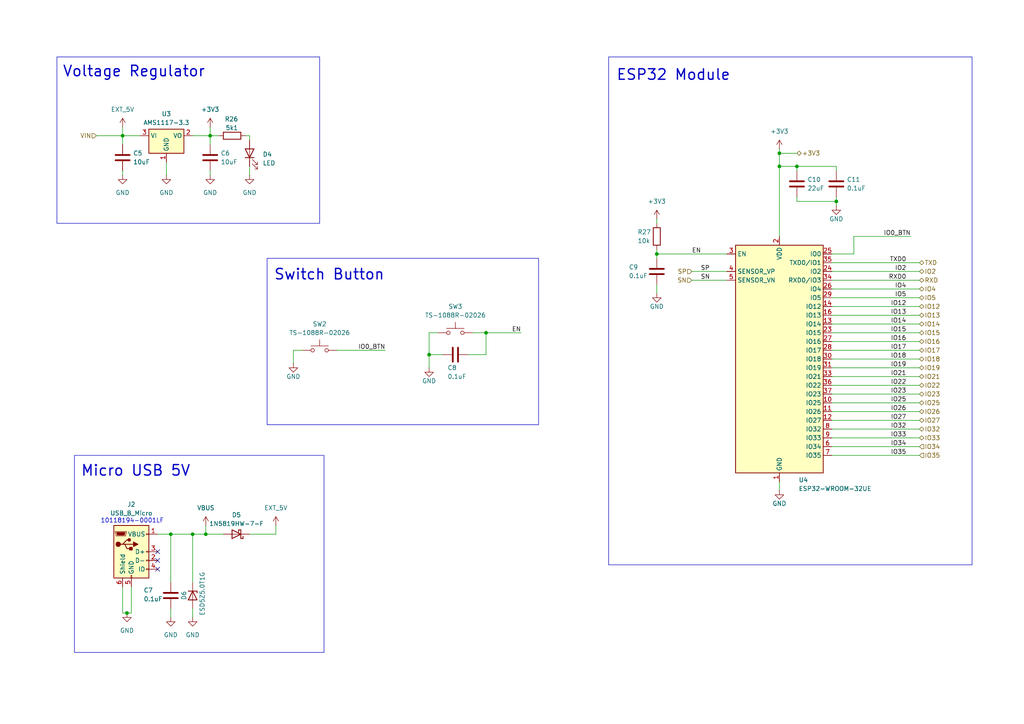
<source format=kicad_sch>
(kicad_sch
	(version 20231120)
	(generator "eeschema")
	(generator_version "8.0")
	(uuid "b438c9b2-85ac-4b08-a0d0-a6674124934c")
	(paper "A4")
	(lib_symbols
		(symbol "Connector:USB_B_Micro"
			(pin_names
				(offset 1.016)
			)
			(exclude_from_sim no)
			(in_bom yes)
			(on_board yes)
			(property "Reference" "J"
				(at -5.08 11.43 0)
				(effects
					(font
						(size 1.27 1.27)
					)
					(justify left)
				)
			)
			(property "Value" "USB_B_Micro"
				(at -5.08 8.89 0)
				(effects
					(font
						(size 1.27 1.27)
					)
					(justify left)
				)
			)
			(property "Footprint" ""
				(at 3.81 -1.27 0)
				(effects
					(font
						(size 1.27 1.27)
					)
					(hide yes)
				)
			)
			(property "Datasheet" "~"
				(at 3.81 -1.27 0)
				(effects
					(font
						(size 1.27 1.27)
					)
					(hide yes)
				)
			)
			(property "Description" "USB Micro Type B connector"
				(at 0 0 0)
				(effects
					(font
						(size 1.27 1.27)
					)
					(hide yes)
				)
			)
			(property "ki_keywords" "connector USB micro"
				(at 0 0 0)
				(effects
					(font
						(size 1.27 1.27)
					)
					(hide yes)
				)
			)
			(property "ki_fp_filters" "USB*"
				(at 0 0 0)
				(effects
					(font
						(size 1.27 1.27)
					)
					(hide yes)
				)
			)
			(symbol "USB_B_Micro_0_1"
				(rectangle
					(start -5.08 -7.62)
					(end 5.08 7.62)
					(stroke
						(width 0.254)
						(type default)
					)
					(fill
						(type background)
					)
				)
				(circle
					(center -3.81 2.159)
					(radius 0.635)
					(stroke
						(width 0.254)
						(type default)
					)
					(fill
						(type outline)
					)
				)
				(circle
					(center -0.635 3.429)
					(radius 0.381)
					(stroke
						(width 0.254)
						(type default)
					)
					(fill
						(type outline)
					)
				)
				(rectangle
					(start -0.127 -7.62)
					(end 0.127 -6.858)
					(stroke
						(width 0)
						(type default)
					)
					(fill
						(type none)
					)
				)
				(polyline
					(pts
						(xy -1.905 2.159) (xy 0.635 2.159)
					)
					(stroke
						(width 0.254)
						(type default)
					)
					(fill
						(type none)
					)
				)
				(polyline
					(pts
						(xy -3.175 2.159) (xy -2.54 2.159) (xy -1.27 3.429) (xy -0.635 3.429)
					)
					(stroke
						(width 0.254)
						(type default)
					)
					(fill
						(type none)
					)
				)
				(polyline
					(pts
						(xy -2.54 2.159) (xy -1.905 2.159) (xy -1.27 0.889) (xy 0 0.889)
					)
					(stroke
						(width 0.254)
						(type default)
					)
					(fill
						(type none)
					)
				)
				(polyline
					(pts
						(xy 0.635 2.794) (xy 0.635 1.524) (xy 1.905 2.159) (xy 0.635 2.794)
					)
					(stroke
						(width 0.254)
						(type default)
					)
					(fill
						(type outline)
					)
				)
				(polyline
					(pts
						(xy -4.318 5.588) (xy -1.778 5.588) (xy -2.032 4.826) (xy -4.064 4.826) (xy -4.318 5.588)
					)
					(stroke
						(width 0)
						(type default)
					)
					(fill
						(type outline)
					)
				)
				(polyline
					(pts
						(xy -4.699 5.842) (xy -4.699 5.588) (xy -4.445 4.826) (xy -4.445 4.572) (xy -1.651 4.572) (xy -1.651 4.826)
						(xy -1.397 5.588) (xy -1.397 5.842) (xy -4.699 5.842)
					)
					(stroke
						(width 0)
						(type default)
					)
					(fill
						(type none)
					)
				)
				(rectangle
					(start 0.254 1.27)
					(end -0.508 0.508)
					(stroke
						(width 0.254)
						(type default)
					)
					(fill
						(type outline)
					)
				)
				(rectangle
					(start 5.08 -5.207)
					(end 4.318 -4.953)
					(stroke
						(width 0)
						(type default)
					)
					(fill
						(type none)
					)
				)
				(rectangle
					(start 5.08 -2.667)
					(end 4.318 -2.413)
					(stroke
						(width 0)
						(type default)
					)
					(fill
						(type none)
					)
				)
				(rectangle
					(start 5.08 -0.127)
					(end 4.318 0.127)
					(stroke
						(width 0)
						(type default)
					)
					(fill
						(type none)
					)
				)
				(rectangle
					(start 5.08 4.953)
					(end 4.318 5.207)
					(stroke
						(width 0)
						(type default)
					)
					(fill
						(type none)
					)
				)
			)
			(symbol "USB_B_Micro_1_1"
				(pin power_out line
					(at 7.62 5.08 180)
					(length 2.54)
					(name "VBUS"
						(effects
							(font
								(size 1.27 1.27)
							)
						)
					)
					(number "1"
						(effects
							(font
								(size 1.27 1.27)
							)
						)
					)
				)
				(pin bidirectional line
					(at 7.62 -2.54 180)
					(length 2.54)
					(name "D-"
						(effects
							(font
								(size 1.27 1.27)
							)
						)
					)
					(number "2"
						(effects
							(font
								(size 1.27 1.27)
							)
						)
					)
				)
				(pin bidirectional line
					(at 7.62 0 180)
					(length 2.54)
					(name "D+"
						(effects
							(font
								(size 1.27 1.27)
							)
						)
					)
					(number "3"
						(effects
							(font
								(size 1.27 1.27)
							)
						)
					)
				)
				(pin passive line
					(at 7.62 -5.08 180)
					(length 2.54)
					(name "ID"
						(effects
							(font
								(size 1.27 1.27)
							)
						)
					)
					(number "4"
						(effects
							(font
								(size 1.27 1.27)
							)
						)
					)
				)
				(pin power_out line
					(at 0 -10.16 90)
					(length 2.54)
					(name "GND"
						(effects
							(font
								(size 1.27 1.27)
							)
						)
					)
					(number "5"
						(effects
							(font
								(size 1.27 1.27)
							)
						)
					)
				)
				(pin passive line
					(at -2.54 -10.16 90)
					(length 2.54)
					(name "Shield"
						(effects
							(font
								(size 1.27 1.27)
							)
						)
					)
					(number "6"
						(effects
							(font
								(size 1.27 1.27)
							)
						)
					)
				)
			)
		)
		(symbol "Device:C"
			(pin_numbers hide)
			(pin_names
				(offset 0.254)
			)
			(exclude_from_sim no)
			(in_bom yes)
			(on_board yes)
			(property "Reference" "C"
				(at 0.635 2.54 0)
				(effects
					(font
						(size 1.27 1.27)
					)
					(justify left)
				)
			)
			(property "Value" "C"
				(at 0.635 -2.54 0)
				(effects
					(font
						(size 1.27 1.27)
					)
					(justify left)
				)
			)
			(property "Footprint" ""
				(at 0.9652 -3.81 0)
				(effects
					(font
						(size 1.27 1.27)
					)
					(hide yes)
				)
			)
			(property "Datasheet" "~"
				(at 0 0 0)
				(effects
					(font
						(size 1.27 1.27)
					)
					(hide yes)
				)
			)
			(property "Description" "Unpolarized capacitor"
				(at 0 0 0)
				(effects
					(font
						(size 1.27 1.27)
					)
					(hide yes)
				)
			)
			(property "ki_keywords" "cap capacitor"
				(at 0 0 0)
				(effects
					(font
						(size 1.27 1.27)
					)
					(hide yes)
				)
			)
			(property "ki_fp_filters" "C_*"
				(at 0 0 0)
				(effects
					(font
						(size 1.27 1.27)
					)
					(hide yes)
				)
			)
			(symbol "C_0_1"
				(polyline
					(pts
						(xy -2.032 -0.762) (xy 2.032 -0.762)
					)
					(stroke
						(width 0.508)
						(type default)
					)
					(fill
						(type none)
					)
				)
				(polyline
					(pts
						(xy -2.032 0.762) (xy 2.032 0.762)
					)
					(stroke
						(width 0.508)
						(type default)
					)
					(fill
						(type none)
					)
				)
			)
			(symbol "C_1_1"
				(pin passive line
					(at 0 3.81 270)
					(length 2.794)
					(name "~"
						(effects
							(font
								(size 1.27 1.27)
							)
						)
					)
					(number "1"
						(effects
							(font
								(size 1.27 1.27)
							)
						)
					)
				)
				(pin passive line
					(at 0 -3.81 90)
					(length 2.794)
					(name "~"
						(effects
							(font
								(size 1.27 1.27)
							)
						)
					)
					(number "2"
						(effects
							(font
								(size 1.27 1.27)
							)
						)
					)
				)
			)
		)
		(symbol "Device:D_Schottky"
			(pin_numbers hide)
			(pin_names
				(offset 1.016) hide)
			(exclude_from_sim no)
			(in_bom yes)
			(on_board yes)
			(property "Reference" "D"
				(at 0 2.54 0)
				(effects
					(font
						(size 1.27 1.27)
					)
				)
			)
			(property "Value" "D_Schottky"
				(at 0 -2.54 0)
				(effects
					(font
						(size 1.27 1.27)
					)
				)
			)
			(property "Footprint" ""
				(at 0 0 0)
				(effects
					(font
						(size 1.27 1.27)
					)
					(hide yes)
				)
			)
			(property "Datasheet" "~"
				(at 0 0 0)
				(effects
					(font
						(size 1.27 1.27)
					)
					(hide yes)
				)
			)
			(property "Description" "Schottky diode"
				(at 0 0 0)
				(effects
					(font
						(size 1.27 1.27)
					)
					(hide yes)
				)
			)
			(property "ki_keywords" "diode Schottky"
				(at 0 0 0)
				(effects
					(font
						(size 1.27 1.27)
					)
					(hide yes)
				)
			)
			(property "ki_fp_filters" "TO-???* *_Diode_* *SingleDiode* D_*"
				(at 0 0 0)
				(effects
					(font
						(size 1.27 1.27)
					)
					(hide yes)
				)
			)
			(symbol "D_Schottky_0_1"
				(polyline
					(pts
						(xy 1.27 0) (xy -1.27 0)
					)
					(stroke
						(width 0)
						(type default)
					)
					(fill
						(type none)
					)
				)
				(polyline
					(pts
						(xy 1.27 1.27) (xy 1.27 -1.27) (xy -1.27 0) (xy 1.27 1.27)
					)
					(stroke
						(width 0.254)
						(type default)
					)
					(fill
						(type none)
					)
				)
				(polyline
					(pts
						(xy -1.905 0.635) (xy -1.905 1.27) (xy -1.27 1.27) (xy -1.27 -1.27) (xy -0.635 -1.27) (xy -0.635 -0.635)
					)
					(stroke
						(width 0.254)
						(type default)
					)
					(fill
						(type none)
					)
				)
			)
			(symbol "D_Schottky_1_1"
				(pin passive line
					(at -3.81 0 0)
					(length 2.54)
					(name "K"
						(effects
							(font
								(size 1.27 1.27)
							)
						)
					)
					(number "1"
						(effects
							(font
								(size 1.27 1.27)
							)
						)
					)
				)
				(pin passive line
					(at 3.81 0 180)
					(length 2.54)
					(name "A"
						(effects
							(font
								(size 1.27 1.27)
							)
						)
					)
					(number "2"
						(effects
							(font
								(size 1.27 1.27)
							)
						)
					)
				)
			)
		)
		(symbol "Device:LED"
			(pin_numbers hide)
			(pin_names
				(offset 1.016) hide)
			(exclude_from_sim no)
			(in_bom yes)
			(on_board yes)
			(property "Reference" "D"
				(at 0 2.54 0)
				(effects
					(font
						(size 1.27 1.27)
					)
				)
			)
			(property "Value" "LED"
				(at 0 -2.54 0)
				(effects
					(font
						(size 1.27 1.27)
					)
				)
			)
			(property "Footprint" ""
				(at 0 0 0)
				(effects
					(font
						(size 1.27 1.27)
					)
					(hide yes)
				)
			)
			(property "Datasheet" "~"
				(at 0 0 0)
				(effects
					(font
						(size 1.27 1.27)
					)
					(hide yes)
				)
			)
			(property "Description" "Light emitting diode"
				(at 0 0 0)
				(effects
					(font
						(size 1.27 1.27)
					)
					(hide yes)
				)
			)
			(property "ki_keywords" "LED diode"
				(at 0 0 0)
				(effects
					(font
						(size 1.27 1.27)
					)
					(hide yes)
				)
			)
			(property "ki_fp_filters" "LED* LED_SMD:* LED_THT:*"
				(at 0 0 0)
				(effects
					(font
						(size 1.27 1.27)
					)
					(hide yes)
				)
			)
			(symbol "LED_0_1"
				(polyline
					(pts
						(xy -1.27 -1.27) (xy -1.27 1.27)
					)
					(stroke
						(width 0.254)
						(type default)
					)
					(fill
						(type none)
					)
				)
				(polyline
					(pts
						(xy -1.27 0) (xy 1.27 0)
					)
					(stroke
						(width 0)
						(type default)
					)
					(fill
						(type none)
					)
				)
				(polyline
					(pts
						(xy 1.27 -1.27) (xy 1.27 1.27) (xy -1.27 0) (xy 1.27 -1.27)
					)
					(stroke
						(width 0.254)
						(type default)
					)
					(fill
						(type none)
					)
				)
				(polyline
					(pts
						(xy -3.048 -0.762) (xy -4.572 -2.286) (xy -3.81 -2.286) (xy -4.572 -2.286) (xy -4.572 -1.524)
					)
					(stroke
						(width 0)
						(type default)
					)
					(fill
						(type none)
					)
				)
				(polyline
					(pts
						(xy -1.778 -0.762) (xy -3.302 -2.286) (xy -2.54 -2.286) (xy -3.302 -2.286) (xy -3.302 -1.524)
					)
					(stroke
						(width 0)
						(type default)
					)
					(fill
						(type none)
					)
				)
			)
			(symbol "LED_1_1"
				(pin passive line
					(at -3.81 0 0)
					(length 2.54)
					(name "K"
						(effects
							(font
								(size 1.27 1.27)
							)
						)
					)
					(number "1"
						(effects
							(font
								(size 1.27 1.27)
							)
						)
					)
				)
				(pin passive line
					(at 3.81 0 180)
					(length 2.54)
					(name "A"
						(effects
							(font
								(size 1.27 1.27)
							)
						)
					)
					(number "2"
						(effects
							(font
								(size 1.27 1.27)
							)
						)
					)
				)
			)
		)
		(symbol "Device:R"
			(pin_numbers hide)
			(pin_names
				(offset 0)
			)
			(exclude_from_sim no)
			(in_bom yes)
			(on_board yes)
			(property "Reference" "R"
				(at 2.032 0 90)
				(effects
					(font
						(size 1.27 1.27)
					)
				)
			)
			(property "Value" "R"
				(at 0 0 90)
				(effects
					(font
						(size 1.27 1.27)
					)
				)
			)
			(property "Footprint" ""
				(at -1.778 0 90)
				(effects
					(font
						(size 1.27 1.27)
					)
					(hide yes)
				)
			)
			(property "Datasheet" "~"
				(at 0 0 0)
				(effects
					(font
						(size 1.27 1.27)
					)
					(hide yes)
				)
			)
			(property "Description" "Resistor"
				(at 0 0 0)
				(effects
					(font
						(size 1.27 1.27)
					)
					(hide yes)
				)
			)
			(property "ki_keywords" "R res resistor"
				(at 0 0 0)
				(effects
					(font
						(size 1.27 1.27)
					)
					(hide yes)
				)
			)
			(property "ki_fp_filters" "R_*"
				(at 0 0 0)
				(effects
					(font
						(size 1.27 1.27)
					)
					(hide yes)
				)
			)
			(symbol "R_0_1"
				(rectangle
					(start -1.016 -2.54)
					(end 1.016 2.54)
					(stroke
						(width 0.254)
						(type default)
					)
					(fill
						(type none)
					)
				)
			)
			(symbol "R_1_1"
				(pin passive line
					(at 0 3.81 270)
					(length 1.27)
					(name "~"
						(effects
							(font
								(size 1.27 1.27)
							)
						)
					)
					(number "1"
						(effects
							(font
								(size 1.27 1.27)
							)
						)
					)
				)
				(pin passive line
					(at 0 -3.81 90)
					(length 1.27)
					(name "~"
						(effects
							(font
								(size 1.27 1.27)
							)
						)
					)
					(number "2"
						(effects
							(font
								(size 1.27 1.27)
							)
						)
					)
				)
			)
		)
		(symbol "Diode:ESD5Zxx"
			(pin_numbers hide)
			(pin_names hide)
			(exclude_from_sim no)
			(in_bom yes)
			(on_board yes)
			(property "Reference" "D"
				(at 0 2.54 0)
				(effects
					(font
						(size 1.27 1.27)
					)
				)
			)
			(property "Value" "ESD5Zxx"
				(at 0 -2.54 0)
				(effects
					(font
						(size 1.27 1.27)
					)
				)
			)
			(property "Footprint" "Diode_SMD:D_SOD-523"
				(at 0 -4.445 0)
				(effects
					(font
						(size 1.27 1.27)
					)
					(hide yes)
				)
			)
			(property "Datasheet" "https://www.onsemi.com/pdf/datasheet/esd5z2.5t1-d.pdf"
				(at 0 0 0)
				(effects
					(font
						(size 1.27 1.27)
					)
					(hide yes)
				)
			)
			(property "Description" "ESD Protection Diode, SOD-523"
				(at 0 0 0)
				(effects
					(font
						(size 1.27 1.27)
					)
					(hide yes)
				)
			)
			(property "ki_keywords" "esd tvs unidirectional diode"
				(at 0 0 0)
				(effects
					(font
						(size 1.27 1.27)
					)
					(hide yes)
				)
			)
			(property "ki_fp_filters" "D?SOD?523*"
				(at 0 0 0)
				(effects
					(font
						(size 1.27 1.27)
					)
					(hide yes)
				)
			)
			(symbol "ESD5Zxx_0_1"
				(polyline
					(pts
						(xy 1.27 0) (xy -1.27 0)
					)
					(stroke
						(width 0)
						(type default)
					)
					(fill
						(type none)
					)
				)
				(polyline
					(pts
						(xy -1.27 -1.27) (xy -1.27 1.27) (xy -0.762 1.27)
					)
					(stroke
						(width 0.254)
						(type default)
					)
					(fill
						(type none)
					)
				)
				(polyline
					(pts
						(xy 1.27 -1.27) (xy 1.27 1.27) (xy -1.27 0) (xy 1.27 -1.27)
					)
					(stroke
						(width 0.254)
						(type default)
					)
					(fill
						(type none)
					)
				)
			)
			(symbol "ESD5Zxx_1_1"
				(pin passive line
					(at -3.81 0 0)
					(length 2.54)
					(name "K"
						(effects
							(font
								(size 1.27 1.27)
							)
						)
					)
					(number "1"
						(effects
							(font
								(size 1.27 1.27)
							)
						)
					)
				)
				(pin passive line
					(at 3.81 0 180)
					(length 2.54)
					(name "A"
						(effects
							(font
								(size 1.27 1.27)
							)
						)
					)
					(number "2"
						(effects
							(font
								(size 1.27 1.27)
							)
						)
					)
				)
			)
		)
		(symbol "RF_Module:ESP32-WROOM-32UE"
			(exclude_from_sim no)
			(in_bom yes)
			(on_board yes)
			(property "Reference" "U"
				(at -12.7 34.29 0)
				(effects
					(font
						(size 1.27 1.27)
					)
					(justify left)
				)
			)
			(property "Value" "ESP32-WROOM-32UE"
				(at 1.27 34.29 0)
				(effects
					(font
						(size 1.27 1.27)
					)
					(justify left)
				)
			)
			(property "Footprint" "RF_Module:ESP32-WROOM-32UE"
				(at 16.51 -34.29 0)
				(effects
					(font
						(size 1.27 1.27)
					)
					(hide yes)
				)
			)
			(property "Datasheet" "https://www.espressif.com/sites/default/files/documentation/esp32-wroom-32e_esp32-wroom-32ue_datasheet_en.pdf"
				(at 0 0 0)
				(effects
					(font
						(size 1.27 1.27)
					)
					(hide yes)
				)
			)
			(property "Description" "RF Module, ESP32-D0WD-V3 SoC, without PSRAM, Wi-Fi 802.11b/g/n, Bluetooth, BLE, 32-bit, 2.7-3.6V, external antenna, SMD"
				(at 0 0 0)
				(effects
					(font
						(size 1.27 1.27)
					)
					(hide yes)
				)
			)
			(property "ki_keywords" "RF Radio BT ESP ESP32 Espressif external U.FL antenna"
				(at 0 0 0)
				(effects
					(font
						(size 1.27 1.27)
					)
					(hide yes)
				)
			)
			(property "ki_fp_filters" "ESP32?WROOM?32UE*"
				(at 0 0 0)
				(effects
					(font
						(size 1.27 1.27)
					)
					(hide yes)
				)
			)
			(symbol "ESP32-WROOM-32UE_0_1"
				(rectangle
					(start -12.7 33.02)
					(end 12.7 -33.02)
					(stroke
						(width 0.254)
						(type default)
					)
					(fill
						(type background)
					)
				)
			)
			(symbol "ESP32-WROOM-32UE_1_1"
				(pin power_in line
					(at 0 -35.56 90)
					(length 2.54)
					(name "GND"
						(effects
							(font
								(size 1.27 1.27)
							)
						)
					)
					(number "1"
						(effects
							(font
								(size 1.27 1.27)
							)
						)
					)
				)
				(pin bidirectional line
					(at 15.24 -12.7 180)
					(length 2.54)
					(name "IO25"
						(effects
							(font
								(size 1.27 1.27)
							)
						)
					)
					(number "10"
						(effects
							(font
								(size 1.27 1.27)
							)
						)
					)
				)
				(pin bidirectional line
					(at 15.24 -15.24 180)
					(length 2.54)
					(name "IO26"
						(effects
							(font
								(size 1.27 1.27)
							)
						)
					)
					(number "11"
						(effects
							(font
								(size 1.27 1.27)
							)
						)
					)
				)
				(pin bidirectional line
					(at 15.24 -17.78 180)
					(length 2.54)
					(name "IO27"
						(effects
							(font
								(size 1.27 1.27)
							)
						)
					)
					(number "12"
						(effects
							(font
								(size 1.27 1.27)
							)
						)
					)
				)
				(pin bidirectional line
					(at 15.24 10.16 180)
					(length 2.54)
					(name "IO14"
						(effects
							(font
								(size 1.27 1.27)
							)
						)
					)
					(number "13"
						(effects
							(font
								(size 1.27 1.27)
							)
						)
					)
				)
				(pin bidirectional line
					(at 15.24 15.24 180)
					(length 2.54)
					(name "IO12"
						(effects
							(font
								(size 1.27 1.27)
							)
						)
					)
					(number "14"
						(effects
							(font
								(size 1.27 1.27)
							)
						)
					)
				)
				(pin passive line
					(at 0 -35.56 90)
					(length 2.54) hide
					(name "GND"
						(effects
							(font
								(size 1.27 1.27)
							)
						)
					)
					(number "15"
						(effects
							(font
								(size 1.27 1.27)
							)
						)
					)
				)
				(pin bidirectional line
					(at 15.24 12.7 180)
					(length 2.54)
					(name "IO13"
						(effects
							(font
								(size 1.27 1.27)
							)
						)
					)
					(number "16"
						(effects
							(font
								(size 1.27 1.27)
							)
						)
					)
				)
				(pin no_connect line
					(at -12.7 -5.08 0)
					(length 2.54) hide
					(name "NC"
						(effects
							(font
								(size 1.27 1.27)
							)
						)
					)
					(number "17"
						(effects
							(font
								(size 1.27 1.27)
							)
						)
					)
				)
				(pin no_connect line
					(at -12.7 -7.62 0)
					(length 2.54) hide
					(name "NC"
						(effects
							(font
								(size 1.27 1.27)
							)
						)
					)
					(number "18"
						(effects
							(font
								(size 1.27 1.27)
							)
						)
					)
				)
				(pin no_connect line
					(at -12.7 -12.7 0)
					(length 2.54) hide
					(name "NC"
						(effects
							(font
								(size 1.27 1.27)
							)
						)
					)
					(number "19"
						(effects
							(font
								(size 1.27 1.27)
							)
						)
					)
				)
				(pin power_in line
					(at 0 35.56 270)
					(length 2.54)
					(name "VDD"
						(effects
							(font
								(size 1.27 1.27)
							)
						)
					)
					(number "2"
						(effects
							(font
								(size 1.27 1.27)
							)
						)
					)
				)
				(pin no_connect line
					(at -12.7 -10.16 0)
					(length 2.54) hide
					(name "NC"
						(effects
							(font
								(size 1.27 1.27)
							)
						)
					)
					(number "20"
						(effects
							(font
								(size 1.27 1.27)
							)
						)
					)
				)
				(pin no_connect line
					(at -12.7 0 0)
					(length 2.54) hide
					(name "NC"
						(effects
							(font
								(size 1.27 1.27)
							)
						)
					)
					(number "21"
						(effects
							(font
								(size 1.27 1.27)
							)
						)
					)
				)
				(pin no_connect line
					(at -12.7 -2.54 0)
					(length 2.54) hide
					(name "NC"
						(effects
							(font
								(size 1.27 1.27)
							)
						)
					)
					(number "22"
						(effects
							(font
								(size 1.27 1.27)
							)
						)
					)
				)
				(pin bidirectional line
					(at 15.24 7.62 180)
					(length 2.54)
					(name "IO15"
						(effects
							(font
								(size 1.27 1.27)
							)
						)
					)
					(number "23"
						(effects
							(font
								(size 1.27 1.27)
							)
						)
					)
				)
				(pin bidirectional line
					(at 15.24 25.4 180)
					(length 2.54)
					(name "IO2"
						(effects
							(font
								(size 1.27 1.27)
							)
						)
					)
					(number "24"
						(effects
							(font
								(size 1.27 1.27)
							)
						)
					)
				)
				(pin bidirectional line
					(at 15.24 30.48 180)
					(length 2.54)
					(name "IO0"
						(effects
							(font
								(size 1.27 1.27)
							)
						)
					)
					(number "25"
						(effects
							(font
								(size 1.27 1.27)
							)
						)
					)
				)
				(pin bidirectional line
					(at 15.24 20.32 180)
					(length 2.54)
					(name "IO4"
						(effects
							(font
								(size 1.27 1.27)
							)
						)
					)
					(number "26"
						(effects
							(font
								(size 1.27 1.27)
							)
						)
					)
				)
				(pin bidirectional line
					(at 15.24 5.08 180)
					(length 2.54)
					(name "IO16"
						(effects
							(font
								(size 1.27 1.27)
							)
						)
					)
					(number "27"
						(effects
							(font
								(size 1.27 1.27)
							)
						)
					)
				)
				(pin bidirectional line
					(at 15.24 2.54 180)
					(length 2.54)
					(name "IO17"
						(effects
							(font
								(size 1.27 1.27)
							)
						)
					)
					(number "28"
						(effects
							(font
								(size 1.27 1.27)
							)
						)
					)
				)
				(pin bidirectional line
					(at 15.24 17.78 180)
					(length 2.54)
					(name "IO5"
						(effects
							(font
								(size 1.27 1.27)
							)
						)
					)
					(number "29"
						(effects
							(font
								(size 1.27 1.27)
							)
						)
					)
				)
				(pin input line
					(at -15.24 30.48 0)
					(length 2.54)
					(name "EN"
						(effects
							(font
								(size 1.27 1.27)
							)
						)
					)
					(number "3"
						(effects
							(font
								(size 1.27 1.27)
							)
						)
					)
				)
				(pin bidirectional line
					(at 15.24 0 180)
					(length 2.54)
					(name "IO18"
						(effects
							(font
								(size 1.27 1.27)
							)
						)
					)
					(number "30"
						(effects
							(font
								(size 1.27 1.27)
							)
						)
					)
				)
				(pin bidirectional line
					(at 15.24 -2.54 180)
					(length 2.54)
					(name "IO19"
						(effects
							(font
								(size 1.27 1.27)
							)
						)
					)
					(number "31"
						(effects
							(font
								(size 1.27 1.27)
							)
						)
					)
				)
				(pin no_connect line
					(at -12.7 -27.94 0)
					(length 2.54) hide
					(name "NC"
						(effects
							(font
								(size 1.27 1.27)
							)
						)
					)
					(number "32"
						(effects
							(font
								(size 1.27 1.27)
							)
						)
					)
				)
				(pin bidirectional line
					(at 15.24 -5.08 180)
					(length 2.54)
					(name "IO21"
						(effects
							(font
								(size 1.27 1.27)
							)
						)
					)
					(number "33"
						(effects
							(font
								(size 1.27 1.27)
							)
						)
					)
				)
				(pin bidirectional line
					(at 15.24 22.86 180)
					(length 2.54)
					(name "RXD0/IO3"
						(effects
							(font
								(size 1.27 1.27)
							)
						)
					)
					(number "34"
						(effects
							(font
								(size 1.27 1.27)
							)
						)
					)
				)
				(pin bidirectional line
					(at 15.24 27.94 180)
					(length 2.54)
					(name "TXD0/IO1"
						(effects
							(font
								(size 1.27 1.27)
							)
						)
					)
					(number "35"
						(effects
							(font
								(size 1.27 1.27)
							)
						)
					)
				)
				(pin bidirectional line
					(at 15.24 -7.62 180)
					(length 2.54)
					(name "IO22"
						(effects
							(font
								(size 1.27 1.27)
							)
						)
					)
					(number "36"
						(effects
							(font
								(size 1.27 1.27)
							)
						)
					)
				)
				(pin bidirectional line
					(at 15.24 -10.16 180)
					(length 2.54)
					(name "IO23"
						(effects
							(font
								(size 1.27 1.27)
							)
						)
					)
					(number "37"
						(effects
							(font
								(size 1.27 1.27)
							)
						)
					)
				)
				(pin passive line
					(at 0 -35.56 90)
					(length 2.54) hide
					(name "GND"
						(effects
							(font
								(size 1.27 1.27)
							)
						)
					)
					(number "38"
						(effects
							(font
								(size 1.27 1.27)
							)
						)
					)
				)
				(pin passive line
					(at 0 -35.56 90)
					(length 2.54) hide
					(name "GND"
						(effects
							(font
								(size 1.27 1.27)
							)
						)
					)
					(number "39"
						(effects
							(font
								(size 1.27 1.27)
							)
						)
					)
				)
				(pin input line
					(at -15.24 25.4 0)
					(length 2.54)
					(name "SENSOR_VP"
						(effects
							(font
								(size 1.27 1.27)
							)
						)
					)
					(number "4"
						(effects
							(font
								(size 1.27 1.27)
							)
						)
					)
				)
				(pin input line
					(at -15.24 22.86 0)
					(length 2.54)
					(name "SENSOR_VN"
						(effects
							(font
								(size 1.27 1.27)
							)
						)
					)
					(number "5"
						(effects
							(font
								(size 1.27 1.27)
							)
						)
					)
				)
				(pin input line
					(at 15.24 -25.4 180)
					(length 2.54)
					(name "IO34"
						(effects
							(font
								(size 1.27 1.27)
							)
						)
					)
					(number "6"
						(effects
							(font
								(size 1.27 1.27)
							)
						)
					)
				)
				(pin input line
					(at 15.24 -27.94 180)
					(length 2.54)
					(name "IO35"
						(effects
							(font
								(size 1.27 1.27)
							)
						)
					)
					(number "7"
						(effects
							(font
								(size 1.27 1.27)
							)
						)
					)
				)
				(pin bidirectional line
					(at 15.24 -20.32 180)
					(length 2.54)
					(name "IO32"
						(effects
							(font
								(size 1.27 1.27)
							)
						)
					)
					(number "8"
						(effects
							(font
								(size 1.27 1.27)
							)
						)
					)
				)
				(pin bidirectional line
					(at 15.24 -22.86 180)
					(length 2.54)
					(name "IO33"
						(effects
							(font
								(size 1.27 1.27)
							)
						)
					)
					(number "9"
						(effects
							(font
								(size 1.27 1.27)
							)
						)
					)
				)
			)
		)
		(symbol "Regulator_Linear:AMS1117-3.3"
			(exclude_from_sim no)
			(in_bom yes)
			(on_board yes)
			(property "Reference" "U"
				(at -3.81 3.175 0)
				(effects
					(font
						(size 1.27 1.27)
					)
				)
			)
			(property "Value" "AMS1117-3.3"
				(at 0 3.175 0)
				(effects
					(font
						(size 1.27 1.27)
					)
					(justify left)
				)
			)
			(property "Footprint" "Package_TO_SOT_SMD:SOT-223-3_TabPin2"
				(at 0 5.08 0)
				(effects
					(font
						(size 1.27 1.27)
					)
					(hide yes)
				)
			)
			(property "Datasheet" "http://www.advanced-monolithic.com/pdf/ds1117.pdf"
				(at 2.54 -6.35 0)
				(effects
					(font
						(size 1.27 1.27)
					)
					(hide yes)
				)
			)
			(property "Description" "1A Low Dropout regulator, positive, 3.3V fixed output, SOT-223"
				(at 0 0 0)
				(effects
					(font
						(size 1.27 1.27)
					)
					(hide yes)
				)
			)
			(property "ki_keywords" "linear regulator ldo fixed positive"
				(at 0 0 0)
				(effects
					(font
						(size 1.27 1.27)
					)
					(hide yes)
				)
			)
			(property "ki_fp_filters" "SOT?223*TabPin2*"
				(at 0 0 0)
				(effects
					(font
						(size 1.27 1.27)
					)
					(hide yes)
				)
			)
			(symbol "AMS1117-3.3_0_1"
				(rectangle
					(start -5.08 -5.08)
					(end 5.08 1.905)
					(stroke
						(width 0.254)
						(type default)
					)
					(fill
						(type background)
					)
				)
			)
			(symbol "AMS1117-3.3_1_1"
				(pin power_in line
					(at 0 -7.62 90)
					(length 2.54)
					(name "GND"
						(effects
							(font
								(size 1.27 1.27)
							)
						)
					)
					(number "1"
						(effects
							(font
								(size 1.27 1.27)
							)
						)
					)
				)
				(pin power_out line
					(at 7.62 0 180)
					(length 2.54)
					(name "VO"
						(effects
							(font
								(size 1.27 1.27)
							)
						)
					)
					(number "2"
						(effects
							(font
								(size 1.27 1.27)
							)
						)
					)
				)
				(pin power_in line
					(at -7.62 0 0)
					(length 2.54)
					(name "VI"
						(effects
							(font
								(size 1.27 1.27)
							)
						)
					)
					(number "3"
						(effects
							(font
								(size 1.27 1.27)
							)
						)
					)
				)
			)
		)
		(symbol "Switch:SW_Push"
			(pin_numbers hide)
			(pin_names
				(offset 1.016) hide)
			(exclude_from_sim no)
			(in_bom yes)
			(on_board yes)
			(property "Reference" "SW"
				(at 1.27 2.54 0)
				(effects
					(font
						(size 1.27 1.27)
					)
					(justify left)
				)
			)
			(property "Value" "SW_Push"
				(at 0 -1.524 0)
				(effects
					(font
						(size 1.27 1.27)
					)
				)
			)
			(property "Footprint" ""
				(at 0 5.08 0)
				(effects
					(font
						(size 1.27 1.27)
					)
					(hide yes)
				)
			)
			(property "Datasheet" "~"
				(at 0 5.08 0)
				(effects
					(font
						(size 1.27 1.27)
					)
					(hide yes)
				)
			)
			(property "Description" "Push button switch, generic, two pins"
				(at 0 0 0)
				(effects
					(font
						(size 1.27 1.27)
					)
					(hide yes)
				)
			)
			(property "ki_keywords" "switch normally-open pushbutton push-button"
				(at 0 0 0)
				(effects
					(font
						(size 1.27 1.27)
					)
					(hide yes)
				)
			)
			(symbol "SW_Push_0_1"
				(circle
					(center -2.032 0)
					(radius 0.508)
					(stroke
						(width 0)
						(type default)
					)
					(fill
						(type none)
					)
				)
				(polyline
					(pts
						(xy 0 1.27) (xy 0 3.048)
					)
					(stroke
						(width 0)
						(type default)
					)
					(fill
						(type none)
					)
				)
				(polyline
					(pts
						(xy 2.54 1.27) (xy -2.54 1.27)
					)
					(stroke
						(width 0)
						(type default)
					)
					(fill
						(type none)
					)
				)
				(circle
					(center 2.032 0)
					(radius 0.508)
					(stroke
						(width 0)
						(type default)
					)
					(fill
						(type none)
					)
				)
				(pin passive line
					(at -5.08 0 0)
					(length 2.54)
					(name "1"
						(effects
							(font
								(size 1.27 1.27)
							)
						)
					)
					(number "1"
						(effects
							(font
								(size 1.27 1.27)
							)
						)
					)
				)
				(pin passive line
					(at 5.08 0 180)
					(length 2.54)
					(name "2"
						(effects
							(font
								(size 1.27 1.27)
							)
						)
					)
					(number "2"
						(effects
							(font
								(size 1.27 1.27)
							)
						)
					)
				)
			)
		)
		(symbol "power:+3V3"
			(power)
			(pin_numbers hide)
			(pin_names
				(offset 0) hide)
			(exclude_from_sim no)
			(in_bom yes)
			(on_board yes)
			(property "Reference" "#PWR"
				(at 0 -3.81 0)
				(effects
					(font
						(size 1.27 1.27)
					)
					(hide yes)
				)
			)
			(property "Value" "+3V3"
				(at 0 3.556 0)
				(effects
					(font
						(size 1.27 1.27)
					)
				)
			)
			(property "Footprint" ""
				(at 0 0 0)
				(effects
					(font
						(size 1.27 1.27)
					)
					(hide yes)
				)
			)
			(property "Datasheet" ""
				(at 0 0 0)
				(effects
					(font
						(size 1.27 1.27)
					)
					(hide yes)
				)
			)
			(property "Description" "Power symbol creates a global label with name \"+3V3\""
				(at 0 0 0)
				(effects
					(font
						(size 1.27 1.27)
					)
					(hide yes)
				)
			)
			(property "ki_keywords" "global power"
				(at 0 0 0)
				(effects
					(font
						(size 1.27 1.27)
					)
					(hide yes)
				)
			)
			(symbol "+3V3_0_1"
				(polyline
					(pts
						(xy -0.762 1.27) (xy 0 2.54)
					)
					(stroke
						(width 0)
						(type default)
					)
					(fill
						(type none)
					)
				)
				(polyline
					(pts
						(xy 0 0) (xy 0 2.54)
					)
					(stroke
						(width 0)
						(type default)
					)
					(fill
						(type none)
					)
				)
				(polyline
					(pts
						(xy 0 2.54) (xy 0.762 1.27)
					)
					(stroke
						(width 0)
						(type default)
					)
					(fill
						(type none)
					)
				)
			)
			(symbol "+3V3_1_1"
				(pin power_in line
					(at 0 0 90)
					(length 0)
					(name "~"
						(effects
							(font
								(size 1.27 1.27)
							)
						)
					)
					(number "1"
						(effects
							(font
								(size 1.27 1.27)
							)
						)
					)
				)
			)
		)
		(symbol "power:GND"
			(power)
			(pin_numbers hide)
			(pin_names
				(offset 0) hide)
			(exclude_from_sim no)
			(in_bom yes)
			(on_board yes)
			(property "Reference" "#PWR"
				(at 0 -6.35 0)
				(effects
					(font
						(size 1.27 1.27)
					)
					(hide yes)
				)
			)
			(property "Value" "GND"
				(at 0 -3.81 0)
				(effects
					(font
						(size 1.27 1.27)
					)
				)
			)
			(property "Footprint" ""
				(at 0 0 0)
				(effects
					(font
						(size 1.27 1.27)
					)
					(hide yes)
				)
			)
			(property "Datasheet" ""
				(at 0 0 0)
				(effects
					(font
						(size 1.27 1.27)
					)
					(hide yes)
				)
			)
			(property "Description" "Power symbol creates a global label with name \"GND\" , ground"
				(at 0 0 0)
				(effects
					(font
						(size 1.27 1.27)
					)
					(hide yes)
				)
			)
			(property "ki_keywords" "global power"
				(at 0 0 0)
				(effects
					(font
						(size 1.27 1.27)
					)
					(hide yes)
				)
			)
			(symbol "GND_0_1"
				(polyline
					(pts
						(xy 0 0) (xy 0 -1.27) (xy 1.27 -1.27) (xy 0 -2.54) (xy -1.27 -1.27) (xy 0 -1.27)
					)
					(stroke
						(width 0)
						(type default)
					)
					(fill
						(type none)
					)
				)
			)
			(symbol "GND_1_1"
				(pin power_in line
					(at 0 0 270)
					(length 0)
					(name "~"
						(effects
							(font
								(size 1.27 1.27)
							)
						)
					)
					(number "1"
						(effects
							(font
								(size 1.27 1.27)
							)
						)
					)
				)
			)
		)
		(symbol "power:VBUS"
			(power)
			(pin_numbers hide)
			(pin_names
				(offset 0) hide)
			(exclude_from_sim no)
			(in_bom yes)
			(on_board yes)
			(property "Reference" "#PWR"
				(at 0 -3.81 0)
				(effects
					(font
						(size 1.27 1.27)
					)
					(hide yes)
				)
			)
			(property "Value" "VBUS"
				(at 0 3.556 0)
				(effects
					(font
						(size 1.27 1.27)
					)
				)
			)
			(property "Footprint" ""
				(at 0 0 0)
				(effects
					(font
						(size 1.27 1.27)
					)
					(hide yes)
				)
			)
			(property "Datasheet" ""
				(at 0 0 0)
				(effects
					(font
						(size 1.27 1.27)
					)
					(hide yes)
				)
			)
			(property "Description" "Power symbol creates a global label with name \"VBUS\""
				(at 0 0 0)
				(effects
					(font
						(size 1.27 1.27)
					)
					(hide yes)
				)
			)
			(property "ki_keywords" "global power"
				(at 0 0 0)
				(effects
					(font
						(size 1.27 1.27)
					)
					(hide yes)
				)
			)
			(symbol "VBUS_0_1"
				(polyline
					(pts
						(xy -0.762 1.27) (xy 0 2.54)
					)
					(stroke
						(width 0)
						(type default)
					)
					(fill
						(type none)
					)
				)
				(polyline
					(pts
						(xy 0 0) (xy 0 2.54)
					)
					(stroke
						(width 0)
						(type default)
					)
					(fill
						(type none)
					)
				)
				(polyline
					(pts
						(xy 0 2.54) (xy 0.762 1.27)
					)
					(stroke
						(width 0)
						(type default)
					)
					(fill
						(type none)
					)
				)
			)
			(symbol "VBUS_1_1"
				(pin power_in line
					(at 0 0 90)
					(length 0)
					(name "~"
						(effects
							(font
								(size 1.27 1.27)
							)
						)
					)
					(number "1"
						(effects
							(font
								(size 1.27 1.27)
							)
						)
					)
				)
			)
		)
		(symbol "power:VPP"
			(power)
			(pin_numbers hide)
			(pin_names
				(offset 0) hide)
			(exclude_from_sim no)
			(in_bom yes)
			(on_board yes)
			(property "Reference" "#PWR"
				(at 0 -3.81 0)
				(effects
					(font
						(size 1.27 1.27)
					)
					(hide yes)
				)
			)
			(property "Value" "VPP"
				(at 0 3.556 0)
				(effects
					(font
						(size 1.27 1.27)
					)
				)
			)
			(property "Footprint" ""
				(at 0 0 0)
				(effects
					(font
						(size 1.27 1.27)
					)
					(hide yes)
				)
			)
			(property "Datasheet" ""
				(at 0 0 0)
				(effects
					(font
						(size 1.27 1.27)
					)
					(hide yes)
				)
			)
			(property "Description" "Power symbol creates a global label with name \"VPP\""
				(at 0 0 0)
				(effects
					(font
						(size 1.27 1.27)
					)
					(hide yes)
				)
			)
			(property "ki_keywords" "global power"
				(at 0 0 0)
				(effects
					(font
						(size 1.27 1.27)
					)
					(hide yes)
				)
			)
			(symbol "VPP_0_1"
				(polyline
					(pts
						(xy -0.762 1.27) (xy 0 2.54)
					)
					(stroke
						(width 0)
						(type default)
					)
					(fill
						(type none)
					)
				)
				(polyline
					(pts
						(xy 0 0) (xy 0 2.54)
					)
					(stroke
						(width 0)
						(type default)
					)
					(fill
						(type none)
					)
				)
				(polyline
					(pts
						(xy 0 2.54) (xy 0.762 1.27)
					)
					(stroke
						(width 0)
						(type default)
					)
					(fill
						(type none)
					)
				)
			)
			(symbol "VPP_1_1"
				(pin power_in line
					(at 0 0 90)
					(length 0)
					(name "~"
						(effects
							(font
								(size 1.27 1.27)
							)
						)
					)
					(number "1"
						(effects
							(font
								(size 1.27 1.27)
							)
						)
					)
				)
			)
		)
	)
	(junction
		(at 49.53 154.94)
		(diameter 0)
		(color 0 0 0 0)
		(uuid "0682d38b-03ab-44f3-9be0-42a6313f71dc")
	)
	(junction
		(at 231.14 48.26)
		(diameter 0)
		(color 0 0 0 0)
		(uuid "3864596f-05b1-4dcd-b6eb-34ce726327e6")
	)
	(junction
		(at 35.56 39.37)
		(diameter 0)
		(color 0 0 0 0)
		(uuid "4c7445a5-f5d0-4526-8535-26f847d0e01e")
	)
	(junction
		(at 242.57 58.42)
		(diameter 0)
		(color 0 0 0 0)
		(uuid "5405539e-276b-4ee9-9b64-a8fa725f7d23")
	)
	(junction
		(at 59.69 154.94)
		(diameter 0)
		(color 0 0 0 0)
		(uuid "60b31354-24c4-4c8f-8e87-e52dc75c5d73")
	)
	(junction
		(at 55.88 154.94)
		(diameter 0)
		(color 0 0 0 0)
		(uuid "62348c25-181a-465a-818f-3dbabd12962c")
	)
	(junction
		(at 60.96 39.37)
		(diameter 0)
		(color 0 0 0 0)
		(uuid "8a68f946-7536-48fa-8946-1eb7e70fa981")
	)
	(junction
		(at 36.83 177.8)
		(diameter 0)
		(color 0 0 0 0)
		(uuid "9212281c-93dc-47bf-a786-911d5e9580f1")
	)
	(junction
		(at 124.46 102.87)
		(diameter 0)
		(color 0 0 0 0)
		(uuid "a16a2b1c-afd7-4f68-a21c-f72b21eccb97")
	)
	(junction
		(at 226.06 44.45)
		(diameter 0)
		(color 0 0 0 0)
		(uuid "ce1cb495-b0fc-4171-a797-9ed278546af4")
	)
	(junction
		(at 190.5 73.66)
		(diameter 0)
		(color 0 0 0 0)
		(uuid "d2632e91-d8b5-4db9-b591-ff7de2abe4b9")
	)
	(junction
		(at 140.97 96.52)
		(diameter 0)
		(color 0 0 0 0)
		(uuid "f46b18b3-9fff-4a14-aafe-547d58b33e99")
	)
	(junction
		(at 226.06 48.26)
		(diameter 0)
		(color 0 0 0 0)
		(uuid "fca1d000-5c23-4919-9e7d-09f47c0e27ad")
	)
	(no_connect
		(at 45.72 162.56)
		(uuid "0eec174c-f42f-4d36-87a1-223a61a639dd")
	)
	(no_connect
		(at 45.72 165.1)
		(uuid "e949163b-3c1e-40d8-b0b8-308f086f2d94")
	)
	(no_connect
		(at 45.72 160.02)
		(uuid "fbd3b016-b914-45ff-b823-c794e155fc73")
	)
	(wire
		(pts
			(xy 241.3 86.36) (xy 266.7 86.36)
		)
		(stroke
			(width 0)
			(type default)
		)
		(uuid "04fa56a3-f79f-4aed-960e-77be11e86498")
	)
	(wire
		(pts
			(xy 45.72 154.94) (xy 49.53 154.94)
		)
		(stroke
			(width 0)
			(type default)
		)
		(uuid "08fc1c40-dd87-4b75-a535-6085e876d563")
	)
	(wire
		(pts
			(xy 241.3 104.14) (xy 266.7 104.14)
		)
		(stroke
			(width 0)
			(type default)
		)
		(uuid "0a70048d-10d4-49ca-9c5d-324b4b46a236")
	)
	(wire
		(pts
			(xy 241.3 101.6) (xy 266.7 101.6)
		)
		(stroke
			(width 0)
			(type default)
		)
		(uuid "13d833cd-b998-4e98-af61-a173ad25588e")
	)
	(wire
		(pts
			(xy 242.57 49.53) (xy 242.57 48.26)
		)
		(stroke
			(width 0)
			(type default)
		)
		(uuid "165d0b88-ee17-4dfd-a7ce-71decc86db01")
	)
	(wire
		(pts
			(xy 241.3 129.54) (xy 266.7 129.54)
		)
		(stroke
			(width 0)
			(type default)
		)
		(uuid "1733c9d9-1469-4cfa-bbc3-ca2a36a2b068")
	)
	(wire
		(pts
			(xy 48.26 46.99) (xy 48.26 50.8)
		)
		(stroke
			(width 0)
			(type default)
		)
		(uuid "18a853bd-2374-49a2-9b01-3889c644b3f8")
	)
	(wire
		(pts
			(xy 85.09 105.41) (xy 85.09 101.6)
		)
		(stroke
			(width 0)
			(type default)
		)
		(uuid "1934cfe6-a144-4ab5-9e17-9990e3f61c24")
	)
	(wire
		(pts
			(xy 241.3 93.98) (xy 266.7 93.98)
		)
		(stroke
			(width 0)
			(type default)
		)
		(uuid "1b0b9fc1-2adb-411f-b14f-00976daca8a9")
	)
	(wire
		(pts
			(xy 190.5 73.66) (xy 190.5 74.93)
		)
		(stroke
			(width 0)
			(type default)
		)
		(uuid "1eed5ea5-3d99-4903-a19c-09bd07d8b226")
	)
	(wire
		(pts
			(xy 241.3 132.08) (xy 266.7 132.08)
		)
		(stroke
			(width 0)
			(type default)
		)
		(uuid "262c0c44-0e04-47c0-ab24-d4c5e59eb3cd")
	)
	(wire
		(pts
			(xy 85.09 101.6) (xy 87.63 101.6)
		)
		(stroke
			(width 0)
			(type default)
		)
		(uuid "2bb468f4-b97e-4e26-b8d3-f1c377b60d6a")
	)
	(wire
		(pts
			(xy 49.53 154.94) (xy 49.53 168.91)
		)
		(stroke
			(width 0)
			(type default)
		)
		(uuid "2c4482c9-6fda-436c-9c0f-a07f843e883f")
	)
	(wire
		(pts
			(xy 60.96 36.83) (xy 60.96 39.37)
		)
		(stroke
			(width 0)
			(type default)
		)
		(uuid "2e3dc21b-20bf-48bf-a804-91fc9fb9791f")
	)
	(wire
		(pts
			(xy 226.06 48.26) (xy 231.14 48.26)
		)
		(stroke
			(width 0)
			(type default)
		)
		(uuid "31d079fa-2be3-4ec6-940b-3a831ae10de2")
	)
	(wire
		(pts
			(xy 124.46 96.52) (xy 127 96.52)
		)
		(stroke
			(width 0)
			(type default)
		)
		(uuid "3267b102-126f-4c3c-bb0d-3a79ff791964")
	)
	(wire
		(pts
			(xy 49.53 154.94) (xy 55.88 154.94)
		)
		(stroke
			(width 0)
			(type default)
		)
		(uuid "358ac8fb-1e31-4ad9-9d29-d8d3d309d89b")
	)
	(wire
		(pts
			(xy 241.3 106.68) (xy 266.7 106.68)
		)
		(stroke
			(width 0)
			(type default)
		)
		(uuid "3725aa62-52bb-4bf3-a964-7c0f22ec29b1")
	)
	(wire
		(pts
			(xy 241.3 127) (xy 266.7 127)
		)
		(stroke
			(width 0)
			(type default)
		)
		(uuid "37deabc6-84cc-4280-b911-a0da31ffeb96")
	)
	(wire
		(pts
			(xy 247.65 73.66) (xy 241.3 73.66)
		)
		(stroke
			(width 0)
			(type default)
		)
		(uuid "3eafe300-b5d1-413b-90de-d2aa234bf761")
	)
	(wire
		(pts
			(xy 200.66 81.28) (xy 210.82 81.28)
		)
		(stroke
			(width 0)
			(type default)
		)
		(uuid "447b7ecb-477a-4303-a8ad-0d2f2b77e7eb")
	)
	(wire
		(pts
			(xy 241.3 91.44) (xy 266.7 91.44)
		)
		(stroke
			(width 0)
			(type default)
		)
		(uuid "461d0a53-81b2-4d74-8bfd-5564c55de425")
	)
	(wire
		(pts
			(xy 72.39 39.37) (xy 71.12 39.37)
		)
		(stroke
			(width 0)
			(type default)
		)
		(uuid "47fe292c-e42d-415a-a433-98db60f4a686")
	)
	(wire
		(pts
			(xy 241.3 99.06) (xy 266.7 99.06)
		)
		(stroke
			(width 0)
			(type default)
		)
		(uuid "48b79d5f-d86b-4134-98cb-c85b33447a71")
	)
	(wire
		(pts
			(xy 97.79 101.6) (xy 111.76 101.6)
		)
		(stroke
			(width 0)
			(type default)
		)
		(uuid "4f0685a5-d99f-4eed-aa0f-505019cb6e3b")
	)
	(wire
		(pts
			(xy 226.06 44.45) (xy 231.14 44.45)
		)
		(stroke
			(width 0)
			(type default)
		)
		(uuid "50485dfc-27aa-4b80-a77f-23d3a6891764")
	)
	(wire
		(pts
			(xy 137.16 96.52) (xy 140.97 96.52)
		)
		(stroke
			(width 0)
			(type default)
		)
		(uuid "512a51d7-4a12-4859-87bc-08cfe6072cbf")
	)
	(wire
		(pts
			(xy 55.88 39.37) (xy 60.96 39.37)
		)
		(stroke
			(width 0)
			(type default)
		)
		(uuid "55c01f6b-6f59-4b6c-9f2d-08ebbcb30db8")
	)
	(wire
		(pts
			(xy 35.56 36.83) (xy 35.56 39.37)
		)
		(stroke
			(width 0)
			(type default)
		)
		(uuid "56fe2664-1065-4d63-8cac-aec3ac0e9d04")
	)
	(wire
		(pts
			(xy 72.39 48.26) (xy 72.39 50.8)
		)
		(stroke
			(width 0)
			(type default)
		)
		(uuid "5a1668ff-d306-440f-aa0a-a15fcacb96e1")
	)
	(wire
		(pts
			(xy 124.46 106.68) (xy 124.46 102.87)
		)
		(stroke
			(width 0)
			(type default)
		)
		(uuid "5a8b00cf-6a58-4e7a-9fe2-ad5f41fc7949")
	)
	(wire
		(pts
			(xy 241.3 114.3) (xy 266.7 114.3)
		)
		(stroke
			(width 0)
			(type default)
		)
		(uuid "5c77b845-99bd-4a47-a8a7-e1dc8c651ad5")
	)
	(wire
		(pts
			(xy 60.96 39.37) (xy 63.5 39.37)
		)
		(stroke
			(width 0)
			(type default)
		)
		(uuid "6330fbbd-75cd-4894-b852-81f5b880643a")
	)
	(wire
		(pts
			(xy 59.69 154.94) (xy 64.77 154.94)
		)
		(stroke
			(width 0)
			(type default)
		)
		(uuid "63d28b98-6b9c-4900-a889-185f07e109c4")
	)
	(wire
		(pts
			(xy 59.69 152.4) (xy 59.69 154.94)
		)
		(stroke
			(width 0)
			(type default)
		)
		(uuid "67c40f9e-b5ce-4467-9be3-7ec8983e739a")
	)
	(wire
		(pts
			(xy 27.94 39.37) (xy 35.56 39.37)
		)
		(stroke
			(width 0)
			(type default)
		)
		(uuid "689f0d69-cd26-4526-9a86-f3792014923e")
	)
	(wire
		(pts
			(xy 242.57 48.26) (xy 231.14 48.26)
		)
		(stroke
			(width 0)
			(type default)
		)
		(uuid "68f8a5ba-618c-4412-8666-5a1786afcaad")
	)
	(wire
		(pts
			(xy 55.88 176.53) (xy 55.88 179.07)
		)
		(stroke
			(width 0)
			(type default)
		)
		(uuid "6f778da3-5424-4b9a-99e2-ebccfb08889d")
	)
	(wire
		(pts
			(xy 226.06 43.18) (xy 226.06 44.45)
		)
		(stroke
			(width 0)
			(type default)
		)
		(uuid "7afca01b-a574-474e-93bc-5f13e438905b")
	)
	(wire
		(pts
			(xy 140.97 96.52) (xy 151.13 96.52)
		)
		(stroke
			(width 0)
			(type default)
		)
		(uuid "7c13fd33-8246-4c42-b306-61f367a542f3")
	)
	(wire
		(pts
			(xy 35.56 170.18) (xy 35.56 177.8)
		)
		(stroke
			(width 0)
			(type default)
		)
		(uuid "7f844caa-6245-4f14-ab59-d5954b3404ba")
	)
	(wire
		(pts
			(xy 241.3 121.92) (xy 266.7 121.92)
		)
		(stroke
			(width 0)
			(type default)
		)
		(uuid "8289b04a-0bcb-40fc-933e-87aee750c9bb")
	)
	(wire
		(pts
			(xy 231.14 48.26) (xy 231.14 49.53)
		)
		(stroke
			(width 0)
			(type default)
		)
		(uuid "834142c2-a40e-4f11-b89f-c4414d9407ff")
	)
	(wire
		(pts
			(xy 140.97 102.87) (xy 140.97 96.52)
		)
		(stroke
			(width 0)
			(type default)
		)
		(uuid "8ab22b35-af1a-4278-b38c-5716c7eb20d3")
	)
	(wire
		(pts
			(xy 231.14 58.42) (xy 242.57 58.42)
		)
		(stroke
			(width 0)
			(type default)
		)
		(uuid "8c6078aa-e53b-4109-9b58-bcaa941d83e1")
	)
	(wire
		(pts
			(xy 241.3 116.84) (xy 266.7 116.84)
		)
		(stroke
			(width 0)
			(type default)
		)
		(uuid "8c9aa73c-0bc4-4ec4-b360-e7642b9da7e1")
	)
	(wire
		(pts
			(xy 36.83 177.8) (xy 38.1 177.8)
		)
		(stroke
			(width 0)
			(type default)
		)
		(uuid "8d1386d1-bb7e-4580-8c29-559c925c747a")
	)
	(wire
		(pts
			(xy 241.3 96.52) (xy 266.7 96.52)
		)
		(stroke
			(width 0)
			(type default)
		)
		(uuid "8d569e34-ce59-404c-a8a0-68107659d54a")
	)
	(wire
		(pts
			(xy 241.3 76.2) (xy 266.7 76.2)
		)
		(stroke
			(width 0)
			(type default)
		)
		(uuid "8e809b22-55ff-479a-8496-ccbc27fde80e")
	)
	(wire
		(pts
			(xy 231.14 57.15) (xy 231.14 58.42)
		)
		(stroke
			(width 0)
			(type default)
		)
		(uuid "9ab5babc-53c1-4784-8c03-a5d5d61ebcc0")
	)
	(wire
		(pts
			(xy 241.3 119.38) (xy 266.7 119.38)
		)
		(stroke
			(width 0)
			(type default)
		)
		(uuid "9b7b6158-6dba-46ef-adac-710b4084201b")
	)
	(wire
		(pts
			(xy 35.56 177.8) (xy 36.83 177.8)
		)
		(stroke
			(width 0)
			(type default)
		)
		(uuid "9c166ef4-5428-4c3c-81b9-6b7cc0c034af")
	)
	(wire
		(pts
			(xy 190.5 82.55) (xy 190.5 85.09)
		)
		(stroke
			(width 0)
			(type default)
		)
		(uuid "9dcbadea-19d2-41f4-9b9a-64c472f2c2c2")
	)
	(wire
		(pts
			(xy 241.3 78.74) (xy 266.7 78.74)
		)
		(stroke
			(width 0)
			(type default)
		)
		(uuid "a1116323-0cab-4a71-92de-c2bf18fe9427")
	)
	(wire
		(pts
			(xy 35.56 39.37) (xy 40.64 39.37)
		)
		(stroke
			(width 0)
			(type default)
		)
		(uuid "aa7f4b51-fa7c-43ea-930e-8ee399ed7f9d")
	)
	(wire
		(pts
			(xy 124.46 102.87) (xy 128.27 102.87)
		)
		(stroke
			(width 0)
			(type default)
		)
		(uuid "ac97a39f-8ec0-41c7-b051-8ae5d072c14f")
	)
	(wire
		(pts
			(xy 35.56 39.37) (xy 35.56 41.91)
		)
		(stroke
			(width 0)
			(type default)
		)
		(uuid "acb720c8-0eb0-434f-9924-971063856045")
	)
	(wire
		(pts
			(xy 242.57 57.15) (xy 242.57 58.42)
		)
		(stroke
			(width 0)
			(type default)
		)
		(uuid "b1f5ec56-d8ca-4602-8736-ecefb76b1d71")
	)
	(wire
		(pts
			(xy 190.5 73.66) (xy 210.82 73.66)
		)
		(stroke
			(width 0)
			(type default)
		)
		(uuid "b5ea4f57-5867-4514-8089-4c0e397929d9")
	)
	(wire
		(pts
			(xy 190.5 72.39) (xy 190.5 73.66)
		)
		(stroke
			(width 0)
			(type default)
		)
		(uuid "b83aa4b9-aff3-49bd-98e2-e09e02bd7a74")
	)
	(wire
		(pts
			(xy 247.65 68.58) (xy 247.65 73.66)
		)
		(stroke
			(width 0)
			(type default)
		)
		(uuid "b8d1a3db-48c0-41fe-b8b9-18e235ed3f01")
	)
	(wire
		(pts
			(xy 60.96 49.53) (xy 60.96 50.8)
		)
		(stroke
			(width 0)
			(type default)
		)
		(uuid "b8eeca76-837c-4cd1-b56c-fb1a177e5747")
	)
	(wire
		(pts
			(xy 135.89 102.87) (xy 140.97 102.87)
		)
		(stroke
			(width 0)
			(type default)
		)
		(uuid "bc9178b1-2ce1-4823-a311-91b3a8199f1d")
	)
	(wire
		(pts
			(xy 80.01 154.94) (xy 80.01 152.4)
		)
		(stroke
			(width 0)
			(type default)
		)
		(uuid "bd45ab86-20ba-4b1a-80c6-79b1b3d6fbca")
	)
	(wire
		(pts
			(xy 241.3 109.22) (xy 266.7 109.22)
		)
		(stroke
			(width 0)
			(type default)
		)
		(uuid "bfa14758-2975-408b-a15a-0d8d2e76dad8")
	)
	(wire
		(pts
			(xy 55.88 154.94) (xy 55.88 168.91)
		)
		(stroke
			(width 0)
			(type default)
		)
		(uuid "c2b93a68-94aa-4cdf-a342-1996ded866b7")
	)
	(wire
		(pts
			(xy 72.39 39.37) (xy 72.39 40.64)
		)
		(stroke
			(width 0)
			(type default)
		)
		(uuid "c4742f63-09f8-473d-ae58-7dc6b7f35780")
	)
	(wire
		(pts
			(xy 226.06 48.26) (xy 226.06 68.58)
		)
		(stroke
			(width 0)
			(type default)
		)
		(uuid "c52c79c2-a341-458c-ae42-2ef8d20f6945")
	)
	(wire
		(pts
			(xy 55.88 154.94) (xy 59.69 154.94)
		)
		(stroke
			(width 0)
			(type default)
		)
		(uuid "c761ab9c-501d-42a2-94b7-6ba6ebe7727f")
	)
	(wire
		(pts
			(xy 200.66 78.74) (xy 210.82 78.74)
		)
		(stroke
			(width 0)
			(type default)
		)
		(uuid "cadbd2bd-d68a-47b1-ad93-871e09ef3b3a")
	)
	(wire
		(pts
			(xy 241.3 81.28) (xy 266.7 81.28)
		)
		(stroke
			(width 0)
			(type default)
		)
		(uuid "cb8003da-cbe0-4f3a-b6af-077fe1e63ff1")
	)
	(wire
		(pts
			(xy 72.39 154.94) (xy 80.01 154.94)
		)
		(stroke
			(width 0)
			(type default)
		)
		(uuid "cf47ef0e-8372-46be-bd6e-b91a6477321a")
	)
	(wire
		(pts
			(xy 241.3 111.76) (xy 266.7 111.76)
		)
		(stroke
			(width 0)
			(type default)
		)
		(uuid "d2a4a62c-f145-45e6-9cb4-7a1b1d766a49")
	)
	(wire
		(pts
			(xy 38.1 170.18) (xy 38.1 177.8)
		)
		(stroke
			(width 0)
			(type default)
		)
		(uuid "d4547b0c-0bc6-42e5-a012-ec5e9b7ad49e")
	)
	(wire
		(pts
			(xy 247.65 68.58) (xy 264.16 68.58)
		)
		(stroke
			(width 0)
			(type default)
		)
		(uuid "dacfe348-9fec-46dc-8b7a-ee9a50a62aab")
	)
	(wire
		(pts
			(xy 60.96 39.37) (xy 60.96 41.91)
		)
		(stroke
			(width 0)
			(type default)
		)
		(uuid "db091a4f-c0f7-4dea-8f67-aa8be9042cea")
	)
	(wire
		(pts
			(xy 241.3 83.82) (xy 266.7 83.82)
		)
		(stroke
			(width 0)
			(type default)
		)
		(uuid "de451801-4a55-40c8-b455-4fb3d3401474")
	)
	(wire
		(pts
			(xy 124.46 102.87) (xy 124.46 96.52)
		)
		(stroke
			(width 0)
			(type default)
		)
		(uuid "e05bc88e-24ef-48d3-aa5b-9f86ed2da9ba")
	)
	(wire
		(pts
			(xy 49.53 176.53) (xy 49.53 179.07)
		)
		(stroke
			(width 0)
			(type default)
		)
		(uuid "e88caf1f-0a4d-4e1e-97f4-61bd80936cf5")
	)
	(wire
		(pts
			(xy 241.3 88.9) (xy 266.7 88.9)
		)
		(stroke
			(width 0)
			(type default)
		)
		(uuid "eb608b38-bdfa-4809-a3ba-2219fff5fccf")
	)
	(wire
		(pts
			(xy 226.06 139.7) (xy 226.06 142.24)
		)
		(stroke
			(width 0)
			(type default)
		)
		(uuid "f141a544-675b-48bf-ab6f-acc62be3026f")
	)
	(wire
		(pts
			(xy 190.5 63.5) (xy 190.5 64.77)
		)
		(stroke
			(width 0)
			(type default)
		)
		(uuid "f492f5c4-996f-43e2-9bea-62c9725c264b")
	)
	(wire
		(pts
			(xy 242.57 58.42) (xy 242.57 59.69)
		)
		(stroke
			(width 0)
			(type default)
		)
		(uuid "f4d49b92-7565-4038-ad75-62eed35eb97d")
	)
	(wire
		(pts
			(xy 35.56 49.53) (xy 35.56 50.8)
		)
		(stroke
			(width 0)
			(type default)
		)
		(uuid "f98ef7ec-eb46-486a-b520-80ffd792764e")
	)
	(wire
		(pts
			(xy 241.3 124.46) (xy 266.7 124.46)
		)
		(stroke
			(width 0)
			(type default)
		)
		(uuid "fb5b2b84-0a9a-412e-a789-d43fea4e84a5")
	)
	(wire
		(pts
			(xy 226.06 44.45) (xy 226.06 48.26)
		)
		(stroke
			(width 0)
			(type default)
		)
		(uuid "fff24dbd-6009-4231-acf4-28408b34b534")
	)
	(rectangle
		(start 21.59 132.08)
		(end 93.98 189.23)
		(stroke
			(width 0)
			(type default)
		)
		(fill
			(type none)
		)
		(uuid aee44047-9a7d-42ec-8608-ad9203b95030)
	)
	(rectangle
		(start 16.51 16.51)
		(end 92.71 64.77)
		(stroke
			(width 0)
			(type default)
		)
		(fill
			(type none)
		)
		(uuid ba67e02e-ac66-444c-8403-b7264526b31a)
	)
	(rectangle
		(start 176.53 16.51)
		(end 281.94 163.83)
		(stroke
			(width 0)
			(type default)
		)
		(fill
			(type none)
		)
		(uuid e7c4f951-146d-4c4c-91f3-20318a284d49)
	)
	(rectangle
		(start 77.47 74.93)
		(end 156.21 123.19)
		(stroke
			(width 0)
			(type default)
		)
		(fill
			(type none)
		)
		(uuid f932429c-2526-4f1e-90c7-27734e3d1156)
	)
	(text "Voltage Regulator\n"
		(exclude_from_sim no)
		(at 38.862 20.828 0)
		(effects
			(font
				(size 3.048 3.048)
				(thickness 0.381)
			)
		)
		(uuid "1f768824-03f9-4960-8ab5-b67d19a6364c")
	)
	(text "ESP32 Module"
		(exclude_from_sim no)
		(at 195.326 21.844 0)
		(effects
			(font
				(size 3.048 3.048)
				(thickness 0.381)
			)
		)
		(uuid "20bdfb21-49b2-4a4a-8143-d709ad8eaca0")
	)
	(text "Switch Button\n"
		(exclude_from_sim no)
		(at 95.504 79.756 0)
		(effects
			(font
				(size 3.048 3.048)
				(thickness 0.381)
			)
		)
		(uuid "487659c9-db1d-4a3e-95d8-b5ceff6c8106")
	)
	(text "Micro USB 5V"
		(exclude_from_sim no)
		(at 39.37 136.652 0)
		(effects
			(font
				(size 3.048 3.048)
				(thickness 0.381)
			)
		)
		(uuid "e0d016ee-331c-4304-b9d0-d11f3dd8da6a")
	)
	(text "10118194-0001LF"
		(exclude_from_sim no)
		(at 38.354 151.13 0)
		(effects
			(font
				(size 1.27 1.27)
			)
		)
		(uuid "f710b670-f0d9-4d3c-9743-467d19d337db")
	)
	(label "IO14"
		(at 262.89 93.98 180)
		(fields_autoplaced yes)
		(effects
			(font
				(size 1.27 1.27)
			)
			(justify right bottom)
		)
		(uuid "036b91a8-0fcb-4332-8660-9403331fc448")
	)
	(label "IO12"
		(at 262.89 88.9 180)
		(fields_autoplaced yes)
		(effects
			(font
				(size 1.27 1.27)
			)
			(justify right bottom)
		)
		(uuid "113a3930-c8a5-462e-9367-53fb5b8c2fac")
	)
	(label "IO26"
		(at 262.89 119.38 180)
		(fields_autoplaced yes)
		(effects
			(font
				(size 1.27 1.27)
			)
			(justify right bottom)
		)
		(uuid "1acac168-f54b-41a3-a9eb-ae59a6812ed6")
	)
	(label "IO21"
		(at 262.89 109.22 180)
		(fields_autoplaced yes)
		(effects
			(font
				(size 1.27 1.27)
			)
			(justify right bottom)
		)
		(uuid "2908b2d2-fbde-4aef-87ff-8634f98a4fe2")
	)
	(label "IO17"
		(at 262.89 101.6 180)
		(fields_autoplaced yes)
		(effects
			(font
				(size 1.27 1.27)
			)
			(justify right bottom)
		)
		(uuid "31509cfa-2780-46c4-899b-04fa7f17ec88")
	)
	(label "IO18"
		(at 262.89 104.14 180)
		(fields_autoplaced yes)
		(effects
			(font
				(size 1.27 1.27)
			)
			(justify right bottom)
		)
		(uuid "3527c00e-fa80-4fb1-aca3-45aec1530488")
	)
	(label "IO5"
		(at 262.89 86.36 180)
		(fields_autoplaced yes)
		(effects
			(font
				(size 1.27 1.27)
			)
			(justify right bottom)
		)
		(uuid "47f437e6-59cc-4009-9ec3-5c385768d1df")
	)
	(label "TXD0"
		(at 262.89 76.2 180)
		(fields_autoplaced yes)
		(effects
			(font
				(size 1.27 1.27)
			)
			(justify right bottom)
		)
		(uuid "55d7055e-739a-4946-bfe4-83e9df691bb0")
	)
	(label "IO15"
		(at 262.89 96.52 180)
		(fields_autoplaced yes)
		(effects
			(font
				(size 1.27 1.27)
			)
			(justify right bottom)
		)
		(uuid "674c5021-c9d4-4f6e-9ad0-0556771c01e5")
	)
	(label "SP"
		(at 203.2 78.74 0)
		(fields_autoplaced yes)
		(effects
			(font
				(size 1.27 1.27)
			)
			(justify left bottom)
		)
		(uuid "697e31f5-11ef-4b72-a226-c5b6e26c83de")
	)
	(label "IO27"
		(at 262.89 121.92 180)
		(fields_autoplaced yes)
		(effects
			(font
				(size 1.27 1.27)
			)
			(justify right bottom)
		)
		(uuid "6cbbeb18-b4c6-46e1-ae0b-fbc1a5fcc47f")
	)
	(label "SN"
		(at 203.2 81.28 0)
		(fields_autoplaced yes)
		(effects
			(font
				(size 1.27 1.27)
			)
			(justify left bottom)
		)
		(uuid "7ab5703b-71ed-4145-ab8b-a446b8ae3b22")
	)
	(label "IO23"
		(at 262.89 114.3 180)
		(fields_autoplaced yes)
		(effects
			(font
				(size 1.27 1.27)
			)
			(justify right bottom)
		)
		(uuid "7b100131-28c6-48b6-9461-f54b2714f56c")
	)
	(label "EN"
		(at 200.66 73.66 0)
		(fields_autoplaced yes)
		(effects
			(font
				(size 1.27 1.27)
			)
			(justify left bottom)
		)
		(uuid "80e60588-b940-48fe-bbeb-d05c1e857ff4")
	)
	(label "IO22"
		(at 262.89 111.76 180)
		(fields_autoplaced yes)
		(effects
			(font
				(size 1.27 1.27)
			)
			(justify right bottom)
		)
		(uuid "85488fae-48a1-4608-9c5e-ef57bd213772")
	)
	(label "IO34"
		(at 262.89 129.54 180)
		(fields_autoplaced yes)
		(effects
			(font
				(size 1.27 1.27)
			)
			(justify right bottom)
		)
		(uuid "8bb4b06c-6517-486f-9a87-90344b82a58f")
	)
	(label "IO32"
		(at 262.89 124.46 180)
		(fields_autoplaced yes)
		(effects
			(font
				(size 1.27 1.27)
			)
			(justify right bottom)
		)
		(uuid "9d2eeb41-0b63-4deb-b6b3-d71c0dcffba7")
	)
	(label "IO0_BTN"
		(at 264.16 68.58 180)
		(fields_autoplaced yes)
		(effects
			(font
				(size 1.27 1.27)
			)
			(justify right bottom)
		)
		(uuid "a9151762-3bf4-4fbe-a74d-8a596b3b1bdb")
	)
	(label "IO25"
		(at 262.89 116.84 180)
		(fields_autoplaced yes)
		(effects
			(font
				(size 1.27 1.27)
			)
			(justify right bottom)
		)
		(uuid "a9523b51-bab3-48af-a9ce-50eb6fdd3a2f")
	)
	(label "IO13"
		(at 262.89 91.44 180)
		(fields_autoplaced yes)
		(effects
			(font
				(size 1.27 1.27)
			)
			(justify right bottom)
		)
		(uuid "ae2f299d-f431-470e-b571-516e3d9aa284")
	)
	(label "IO16"
		(at 262.89 99.06 180)
		(fields_autoplaced yes)
		(effects
			(font
				(size 1.27 1.27)
			)
			(justify right bottom)
		)
		(uuid "b530501b-6f33-499e-b8d2-15cdc389bfc2")
	)
	(label "IO35"
		(at 262.89 132.08 180)
		(fields_autoplaced yes)
		(effects
			(font
				(size 1.27 1.27)
			)
			(justify right bottom)
		)
		(uuid "b66660db-b4cf-4fcd-83de-3cfe68aaff86")
	)
	(label "IO2"
		(at 262.89 78.74 180)
		(fields_autoplaced yes)
		(effects
			(font
				(size 1.27 1.27)
			)
			(justify right bottom)
		)
		(uuid "b8cd7dfa-02bb-46c7-b1c1-3f8dafa7ed13")
	)
	(label "IO0_BTN"
		(at 111.76 101.6 180)
		(fields_autoplaced yes)
		(effects
			(font
				(size 1.27 1.27)
			)
			(justify right bottom)
		)
		(uuid "bfab3a68-b231-4e7a-9de1-48a1693b593f")
	)
	(label "IO33"
		(at 262.89 127 180)
		(fields_autoplaced yes)
		(effects
			(font
				(size 1.27 1.27)
			)
			(justify right bottom)
		)
		(uuid "d5609e62-80f5-4f94-9445-c30fa83c6250")
	)
	(label "IO19"
		(at 262.89 106.68 180)
		(fields_autoplaced yes)
		(effects
			(font
				(size 1.27 1.27)
			)
			(justify right bottom)
		)
		(uuid "d676e6e7-3e51-4096-b574-54c5c455961d")
	)
	(label "IO4"
		(at 262.89 83.82 180)
		(fields_autoplaced yes)
		(effects
			(font
				(size 1.27 1.27)
			)
			(justify right bottom)
		)
		(uuid "d75e5031-0849-4e36-8896-181355fcdb3f")
	)
	(label "EN"
		(at 151.13 96.52 180)
		(fields_autoplaced yes)
		(effects
			(font
				(size 1.27 1.27)
			)
			(justify right bottom)
		)
		(uuid "deabb6f1-202d-47e7-8c5a-1cb77560ce9f")
	)
	(label "RXD0"
		(at 262.89 81.28 180)
		(fields_autoplaced yes)
		(effects
			(font
				(size 1.27 1.27)
			)
			(justify right bottom)
		)
		(uuid "f8b2632c-5d25-4d3d-bce9-75aad6db9975")
	)
	(hierarchical_label "IO32"
		(shape bidirectional)
		(at 266.7 124.46 0)
		(fields_autoplaced yes)
		(effects
			(font
				(size 1.27 1.27)
			)
			(justify left)
		)
		(uuid "0b78684b-626d-40bd-beee-2d7f500babf7")
	)
	(hierarchical_label "IO26"
		(shape bidirectional)
		(at 266.7 119.38 0)
		(fields_autoplaced yes)
		(effects
			(font
				(size 1.27 1.27)
			)
			(justify left)
		)
		(uuid "1a241512-4401-4a7f-af00-b962dd3b0589")
	)
	(hierarchical_label "SN"
		(shape input)
		(at 200.66 81.28 180)
		(fields_autoplaced yes)
		(effects
			(font
				(size 1.27 1.27)
			)
			(justify right)
		)
		(uuid "1a51d75e-de51-4818-ae94-17893ac63c89")
	)
	(hierarchical_label "IO4"
		(shape bidirectional)
		(at 266.7 83.82 0)
		(fields_autoplaced yes)
		(effects
			(font
				(size 1.27 1.27)
			)
			(justify left)
		)
		(uuid "1ef87a7f-669c-444a-bdaa-e0da490ecf81")
	)
	(hierarchical_label "TXD"
		(shape bidirectional)
		(at 266.7 76.2 0)
		(fields_autoplaced yes)
		(effects
			(font
				(size 1.27 1.27)
			)
			(justify left)
		)
		(uuid "282bc334-1840-4f1e-976c-acd09798f24f")
	)
	(hierarchical_label "IO27"
		(shape bidirectional)
		(at 266.7 121.92 0)
		(fields_autoplaced yes)
		(effects
			(font
				(size 1.27 1.27)
			)
			(justify left)
		)
		(uuid "30124339-fde7-42c8-b68a-71c81e1294a6")
	)
	(hierarchical_label "IO2"
		(shape bidirectional)
		(at 266.7 78.74 0)
		(fields_autoplaced yes)
		(effects
			(font
				(size 1.27 1.27)
			)
			(justify left)
		)
		(uuid "42ca4f81-90dc-46c2-92fb-71d78c724d20")
	)
	(hierarchical_label "+3V3"
		(shape bidirectional)
		(at 231.14 44.45 0)
		(fields_autoplaced yes)
		(effects
			(font
				(size 1.27 1.27)
			)
			(justify left)
		)
		(uuid "43a27377-93ef-49b4-8157-01dc3319df8d")
	)
	(hierarchical_label "RXD"
		(shape bidirectional)
		(at 266.7 81.28 0)
		(fields_autoplaced yes)
		(effects
			(font
				(size 1.27 1.27)
			)
			(justify left)
		)
		(uuid "461646c9-2094-4295-a776-c86e9460e38f")
	)
	(hierarchical_label "IO25"
		(shape bidirectional)
		(at 266.7 116.84 0)
		(fields_autoplaced yes)
		(effects
			(font
				(size 1.27 1.27)
			)
			(justify left)
		)
		(uuid "4be2ca6a-b368-47dd-b709-58d163c293e8")
	)
	(hierarchical_label "IO12"
		(shape bidirectional)
		(at 266.7 88.9 0)
		(fields_autoplaced yes)
		(effects
			(font
				(size 1.27 1.27)
			)
			(justify left)
		)
		(uuid "78dcc6d7-2fea-4cf3-bbd0-02a99c18f67d")
	)
	(hierarchical_label "IO22"
		(shape bidirectional)
		(at 266.7 111.76 0)
		(fields_autoplaced yes)
		(effects
			(font
				(size 1.27 1.27)
			)
			(justify left)
		)
		(uuid "7b414531-10d7-46c4-b649-a2e5a96ade8c")
	)
	(hierarchical_label "IO18"
		(shape bidirectional)
		(at 266.7 104.14 0)
		(fields_autoplaced yes)
		(effects
			(font
				(size 1.27 1.27)
			)
			(justify left)
		)
		(uuid "824a6a5f-bc57-43c1-9734-324ab6f5e390")
	)
	(hierarchical_label "SP"
		(shape input)
		(at 200.66 78.74 180)
		(fields_autoplaced yes)
		(effects
			(font
				(size 1.27 1.27)
			)
			(justify right)
		)
		(uuid "8c2ee621-fa20-4361-b99c-ac0f8874565a")
	)
	(hierarchical_label "IO35"
		(shape input)
		(at 266.7 132.08 0)
		(fields_autoplaced yes)
		(effects
			(font
				(size 1.27 1.27)
			)
			(justify left)
		)
		(uuid "8e636404-6f1e-48e0-8ef0-dbd823801288")
	)
	(hierarchical_label "IO17"
		(shape bidirectional)
		(at 266.7 101.6 0)
		(fields_autoplaced yes)
		(effects
			(font
				(size 1.27 1.27)
			)
			(justify left)
		)
		(uuid "985108b5-5603-41da-bf9b-904006d1bfdb")
	)
	(hierarchical_label "IO13"
		(shape bidirectional)
		(at 266.7 91.44 0)
		(fields_autoplaced yes)
		(effects
			(font
				(size 1.27 1.27)
			)
			(justify left)
		)
		(uuid "9f33a0b3-7fe1-4e46-9104-52dd526998d3")
	)
	(hierarchical_label "IO19"
		(shape bidirectional)
		(at 266.7 106.68 0)
		(fields_autoplaced yes)
		(effects
			(font
				(size 1.27 1.27)
			)
			(justify left)
		)
		(uuid "9f7ac924-6e64-4514-baef-9fd180e00059")
	)
	(hierarchical_label "IO21"
		(shape bidirectional)
		(at 266.7 109.22 0)
		(fields_autoplaced yes)
		(effects
			(font
				(size 1.27 1.27)
			)
			(justify left)
		)
		(uuid "aec9be21-525b-47a0-a118-415db0e1a31a")
	)
	(hierarchical_label "VIN"
		(shape input)
		(at 27.94 39.37 180)
		(fields_autoplaced yes)
		(effects
			(font
				(size 1.27 1.27)
			)
			(justify right)
		)
		(uuid "b82ec119-1f8e-410d-878b-ca8e71ff2935")
	)
	(hierarchical_label "IO5"
		(shape bidirectional)
		(at 266.7 86.36 0)
		(fields_autoplaced yes)
		(effects
			(font
				(size 1.27 1.27)
			)
			(justify left)
		)
		(uuid "bc51b565-76a9-4225-8329-a2279c337b23")
	)
	(hierarchical_label "IO15"
		(shape bidirectional)
		(at 266.7 96.52 0)
		(fields_autoplaced yes)
		(effects
			(font
				(size 1.27 1.27)
			)
			(justify left)
		)
		(uuid "c2a29442-c48e-44d8-90da-d371b1803a92")
	)
	(hierarchical_label "IO23"
		(shape bidirectional)
		(at 266.7 114.3 0)
		(fields_autoplaced yes)
		(effects
			(font
				(size 1.27 1.27)
			)
			(justify left)
		)
		(uuid "c8eb984c-ad06-4765-bb09-af4e69ec86e4")
	)
	(hierarchical_label "IO33"
		(shape bidirectional)
		(at 266.7 127 0)
		(fields_autoplaced yes)
		(effects
			(font
				(size 1.27 1.27)
			)
			(justify left)
		)
		(uuid "ca21c38b-4c3f-45dc-9477-2f5cae7a3d0f")
	)
	(hierarchical_label "IO14"
		(shape bidirectional)
		(at 266.7 93.98 0)
		(fields_autoplaced yes)
		(effects
			(font
				(size 1.27 1.27)
			)
			(justify left)
		)
		(uuid "e2d7e88f-d199-44cf-a8df-5cc118406c98")
	)
	(hierarchical_label "IO34"
		(shape input)
		(at 266.7 129.54 0)
		(fields_autoplaced yes)
		(effects
			(font
				(size 1.27 1.27)
			)
			(justify left)
		)
		(uuid "e4f5e5bf-27f2-48f9-984e-0a87a7b929c7")
	)
	(hierarchical_label "IO16"
		(shape bidirectional)
		(at 266.7 99.06 0)
		(fields_autoplaced yes)
		(effects
			(font
				(size 1.27 1.27)
			)
			(justify left)
		)
		(uuid "ec9c7554-16c5-4e99-ae1f-aadd35e3aa90")
	)
	(symbol
		(lib_id "power:GND")
		(at 190.5 85.09 0)
		(unit 1)
		(exclude_from_sim no)
		(in_bom yes)
		(on_board yes)
		(dnp no)
		(uuid "0013bf57-78ef-4ff6-acad-9818556d99a6")
		(property "Reference" "#PWR063"
			(at 190.5 91.44 0)
			(effects
				(font
					(size 1.27 1.27)
				)
				(hide yes)
			)
		)
		(property "Value" "GND"
			(at 190.5 88.9 0)
			(effects
				(font
					(size 1.27 1.27)
				)
			)
		)
		(property "Footprint" ""
			(at 190.5 85.09 0)
			(effects
				(font
					(size 1.27 1.27)
				)
				(hide yes)
			)
		)
		(property "Datasheet" ""
			(at 190.5 85.09 0)
			(effects
				(font
					(size 1.27 1.27)
				)
				(hide yes)
			)
		)
		(property "Description" "Power symbol creates a global label with name \"GND\" , ground"
			(at 190.5 85.09 0)
			(effects
				(font
					(size 1.27 1.27)
				)
				(hide yes)
			)
		)
		(pin "1"
			(uuid "3d010071-97ae-419b-a3fe-c23b83ace123")
		)
		(instances
			(project "Board"
				(path "/711190fc-ffea-4043-a565-5376bc4d5280/1948c65b-cb0c-4417-a6d6-0c5bd816e12f"
					(reference "#PWR063")
					(unit 1)
				)
			)
		)
	)
	(symbol
		(lib_id "power:GND")
		(at 60.96 50.8 0)
		(unit 1)
		(exclude_from_sim no)
		(in_bom yes)
		(on_board yes)
		(dnp no)
		(fields_autoplaced yes)
		(uuid "0e429455-8ae5-40bb-a267-a3b456e09dda")
		(property "Reference" "#PWR050"
			(at 60.96 57.15 0)
			(effects
				(font
					(size 1.27 1.27)
				)
				(hide yes)
			)
		)
		(property "Value" "GND"
			(at 60.96 55.88 0)
			(effects
				(font
					(size 1.27 1.27)
				)
			)
		)
		(property "Footprint" ""
			(at 60.96 50.8 0)
			(effects
				(font
					(size 1.27 1.27)
				)
				(hide yes)
			)
		)
		(property "Datasheet" ""
			(at 60.96 50.8 0)
			(effects
				(font
					(size 1.27 1.27)
				)
				(hide yes)
			)
		)
		(property "Description" "Power symbol creates a global label with name \"GND\" , ground"
			(at 60.96 50.8 0)
			(effects
				(font
					(size 1.27 1.27)
				)
				(hide yes)
			)
		)
		(pin "1"
			(uuid "4aee3c63-809d-4196-9eda-21363c194b7b")
		)
		(instances
			(project "Board"
				(path "/711190fc-ffea-4043-a565-5376bc4d5280/1948c65b-cb0c-4417-a6d6-0c5bd816e12f"
					(reference "#PWR050")
					(unit 1)
				)
			)
		)
	)
	(symbol
		(lib_id "power:GND")
		(at 48.26 50.8 0)
		(unit 1)
		(exclude_from_sim no)
		(in_bom yes)
		(on_board yes)
		(dnp no)
		(fields_autoplaced yes)
		(uuid "127aaba4-8b0d-4b00-a733-227d3098de5c")
		(property "Reference" "#PWR045"
			(at 48.26 57.15 0)
			(effects
				(font
					(size 1.27 1.27)
				)
				(hide yes)
			)
		)
		(property "Value" "GND"
			(at 48.26 55.88 0)
			(effects
				(font
					(size 1.27 1.27)
				)
			)
		)
		(property "Footprint" ""
			(at 48.26 50.8 0)
			(effects
				(font
					(size 1.27 1.27)
				)
				(hide yes)
			)
		)
		(property "Datasheet" ""
			(at 48.26 50.8 0)
			(effects
				(font
					(size 1.27 1.27)
				)
				(hide yes)
			)
		)
		(property "Description" "Power symbol creates a global label with name \"GND\" , ground"
			(at 48.26 50.8 0)
			(effects
				(font
					(size 1.27 1.27)
				)
				(hide yes)
			)
		)
		(pin "1"
			(uuid "27fbb73e-7141-4a48-8c09-d06af65ffcc7")
		)
		(instances
			(project "Board"
				(path "/711190fc-ffea-4043-a565-5376bc4d5280/1948c65b-cb0c-4417-a6d6-0c5bd816e12f"
					(reference "#PWR045")
					(unit 1)
				)
			)
		)
	)
	(symbol
		(lib_id "power:VPP")
		(at 80.01 152.4 0)
		(unit 1)
		(exclude_from_sim no)
		(in_bom yes)
		(on_board yes)
		(dnp no)
		(fields_autoplaced yes)
		(uuid "17535299-4224-4904-aa86-6e037d4aba6b")
		(property "Reference" "#PWR053"
			(at 80.01 156.21 0)
			(effects
				(font
					(size 1.27 1.27)
				)
				(hide yes)
			)
		)
		(property "Value" "EXT_5V"
			(at 80.01 147.32 0)
			(effects
				(font
					(size 1.27 1.27)
				)
			)
		)
		(property "Footprint" ""
			(at 80.01 152.4 0)
			(effects
				(font
					(size 1.27 1.27)
				)
				(hide yes)
			)
		)
		(property "Datasheet" ""
			(at 80.01 152.4 0)
			(effects
				(font
					(size 1.27 1.27)
				)
				(hide yes)
			)
		)
		(property "Description" "Power symbol creates a global label with name \"VPP\""
			(at 80.01 152.4 0)
			(effects
				(font
					(size 1.27 1.27)
				)
				(hide yes)
			)
		)
		(pin "1"
			(uuid "5fe2e70b-c275-4f2b-b8be-72624aa4b0bd")
		)
		(instances
			(project ""
				(path "/711190fc-ffea-4043-a565-5376bc4d5280/1948c65b-cb0c-4417-a6d6-0c5bd816e12f"
					(reference "#PWR053")
					(unit 1)
				)
			)
		)
	)
	(symbol
		(lib_id "Device:C")
		(at 35.56 45.72 0)
		(unit 1)
		(exclude_from_sim no)
		(in_bom yes)
		(on_board yes)
		(dnp no)
		(uuid "1895564b-487f-4a46-9615-54544a183d0b")
		(property "Reference" "C5"
			(at 38.608 44.45 0)
			(effects
				(font
					(size 1.27 1.27)
				)
				(justify left)
			)
		)
		(property "Value" "10uF"
			(at 38.608 46.99 0)
			(effects
				(font
					(size 1.27 1.27)
				)
				(justify left)
			)
		)
		(property "Footprint" "Capacitor_SMD:C_0603_1608Metric_Pad1.08x0.95mm_HandSolder"
			(at 36.5252 49.53 0)
			(effects
				(font
					(size 1.27 1.27)
				)
				(hide yes)
			)
		)
		(property "Datasheet" "~"
			(at 35.56 45.72 0)
			(effects
				(font
					(size 1.27 1.27)
				)
				(hide yes)
			)
		)
		(property "Description" "Unpolarized capacitor"
			(at 35.56 45.72 0)
			(effects
				(font
					(size 1.27 1.27)
				)
				(hide yes)
			)
		)
		(pin "1"
			(uuid "f8f94859-ed60-40cc-bb26-4d2c64dcfaff")
		)
		(pin "2"
			(uuid "9b3607fc-4c0c-4ab7-a802-2a1930c2a8c1")
		)
		(instances
			(project ""
				(path "/711190fc-ffea-4043-a565-5376bc4d5280/1948c65b-cb0c-4417-a6d6-0c5bd816e12f"
					(reference "C5")
					(unit 1)
				)
			)
		)
	)
	(symbol
		(lib_id "Device:C")
		(at 132.08 102.87 270)
		(unit 1)
		(exclude_from_sim no)
		(in_bom yes)
		(on_board yes)
		(dnp no)
		(uuid "1de51cd9-5c5b-4f68-a0b4-e09a367a5877")
		(property "Reference" "C8"
			(at 129.794 106.68 90)
			(effects
				(font
					(size 1.27 1.27)
				)
				(justify left)
			)
		)
		(property "Value" "0.1uF"
			(at 129.794 109.22 90)
			(effects
				(font
					(size 1.27 1.27)
				)
				(justify left)
			)
		)
		(property "Footprint" "Capacitor_SMD:C_0603_1608Metric_Pad1.08x0.95mm_HandSolder"
			(at 128.27 103.8352 0)
			(effects
				(font
					(size 1.27 1.27)
				)
				(hide yes)
			)
		)
		(property "Datasheet" "~"
			(at 132.08 102.87 0)
			(effects
				(font
					(size 1.27 1.27)
				)
				(hide yes)
			)
		)
		(property "Description" "Unpolarized capacitor"
			(at 132.08 102.87 0)
			(effects
				(font
					(size 1.27 1.27)
				)
				(hide yes)
			)
		)
		(pin "1"
			(uuid "d3a9b09b-efeb-4596-82d0-aecca0d2aa54")
		)
		(pin "2"
			(uuid "732328ab-8462-47ff-abfa-b0d2e182e2fc")
		)
		(instances
			(project "Board"
				(path "/711190fc-ffea-4043-a565-5376bc4d5280/1948c65b-cb0c-4417-a6d6-0c5bd816e12f"
					(reference "C8")
					(unit 1)
				)
			)
		)
	)
	(symbol
		(lib_id "power:VPP")
		(at 35.56 36.83 0)
		(unit 1)
		(exclude_from_sim no)
		(in_bom yes)
		(on_board yes)
		(dnp no)
		(fields_autoplaced yes)
		(uuid "23333e74-a10b-459a-9b7e-0340a949a184")
		(property "Reference" "#PWR042"
			(at 35.56 40.64 0)
			(effects
				(font
					(size 1.27 1.27)
				)
				(hide yes)
			)
		)
		(property "Value" "EXT_5V"
			(at 35.56 31.75 0)
			(effects
				(font
					(size 1.27 1.27)
				)
			)
		)
		(property "Footprint" ""
			(at 35.56 36.83 0)
			(effects
				(font
					(size 1.27 1.27)
				)
				(hide yes)
			)
		)
		(property "Datasheet" ""
			(at 35.56 36.83 0)
			(effects
				(font
					(size 1.27 1.27)
				)
				(hide yes)
			)
		)
		(property "Description" "Power symbol creates a global label with name \"VPP\""
			(at 35.56 36.83 0)
			(effects
				(font
					(size 1.27 1.27)
				)
				(hide yes)
			)
		)
		(pin "1"
			(uuid "a1d326e4-2160-4755-a04b-b4c2ad5017cb")
		)
		(instances
			(project "Board"
				(path "/711190fc-ffea-4043-a565-5376bc4d5280/1948c65b-cb0c-4417-a6d6-0c5bd816e12f"
					(reference "#PWR042")
					(unit 1)
				)
			)
		)
	)
	(symbol
		(lib_id "Device:C")
		(at 60.96 45.72 0)
		(unit 1)
		(exclude_from_sim no)
		(in_bom yes)
		(on_board yes)
		(dnp no)
		(uuid "27fcba81-aece-4993-86b7-ebe0df60eb13")
		(property "Reference" "C6"
			(at 64.008 44.45 0)
			(effects
				(font
					(size 1.27 1.27)
				)
				(justify left)
			)
		)
		(property "Value" "10uF"
			(at 64.008 46.99 0)
			(effects
				(font
					(size 1.27 1.27)
				)
				(justify left)
			)
		)
		(property "Footprint" "Capacitor_SMD:C_0603_1608Metric_Pad1.08x0.95mm_HandSolder"
			(at 61.9252 49.53 0)
			(effects
				(font
					(size 1.27 1.27)
				)
				(hide yes)
			)
		)
		(property "Datasheet" "~"
			(at 60.96 45.72 0)
			(effects
				(font
					(size 1.27 1.27)
				)
				(hide yes)
			)
		)
		(property "Description" "Unpolarized capacitor"
			(at 60.96 45.72 0)
			(effects
				(font
					(size 1.27 1.27)
				)
				(hide yes)
			)
		)
		(pin "1"
			(uuid "b9aea34d-ff48-4a7f-9ed4-b5a74e0af83e")
		)
		(pin "2"
			(uuid "5b6be135-f421-4848-b9cf-f6ebc2db711b")
		)
		(instances
			(project "Board"
				(path "/711190fc-ffea-4043-a565-5376bc4d5280/1948c65b-cb0c-4417-a6d6-0c5bd816e12f"
					(reference "C6")
					(unit 1)
				)
			)
		)
	)
	(symbol
		(lib_id "Switch:SW_Push")
		(at 132.08 96.52 0)
		(unit 1)
		(exclude_from_sim no)
		(in_bom yes)
		(on_board yes)
		(dnp no)
		(fields_autoplaced yes)
		(uuid "34675aad-b128-429d-a40e-82285ed711c7")
		(property "Reference" "SW3"
			(at 132.08 88.9 0)
			(effects
				(font
					(size 1.27 1.27)
				)
			)
		)
		(property "Value" "TS-1088R-02026"
			(at 132.08 91.44 0)
			(effects
				(font
					(size 1.27 1.27)
				)
			)
		)
		(property "Footprint" "0_Custom_Footprints:SW_Tactile_TS-1088R-02026"
			(at 132.08 91.44 0)
			(effects
				(font
					(size 1.27 1.27)
				)
				(hide yes)
			)
		)
		(property "Datasheet" "~"
			(at 132.08 91.44 0)
			(effects
				(font
					(size 1.27 1.27)
				)
				(hide yes)
			)
		)
		(property "Description" "Push button switch, generic, two pins"
			(at 132.08 96.52 0)
			(effects
				(font
					(size 1.27 1.27)
				)
				(hide yes)
			)
		)
		(pin "2"
			(uuid "2fe705b3-9061-4106-a0bd-c08fc1762731")
		)
		(pin "1"
			(uuid "6db0f447-0b3b-4b8e-84dd-0f5eee4e0f2f")
		)
		(instances
			(project "Board"
				(path "/711190fc-ffea-4043-a565-5376bc4d5280/1948c65b-cb0c-4417-a6d6-0c5bd816e12f"
					(reference "SW3")
					(unit 1)
				)
			)
		)
	)
	(symbol
		(lib_id "power:+3V3")
		(at 226.06 43.18 0)
		(unit 1)
		(exclude_from_sim no)
		(in_bom yes)
		(on_board yes)
		(dnp no)
		(fields_autoplaced yes)
		(uuid "3cbff018-1293-4699-9f22-ed8d2b788dcf")
		(property "Reference" "#PWR064"
			(at 226.06 46.99 0)
			(effects
				(font
					(size 1.27 1.27)
				)
				(hide yes)
			)
		)
		(property "Value" "+3V3"
			(at 226.06 38.1 0)
			(effects
				(font
					(size 1.27 1.27)
				)
			)
		)
		(property "Footprint" ""
			(at 226.06 43.18 0)
			(effects
				(font
					(size 1.27 1.27)
				)
				(hide yes)
			)
		)
		(property "Datasheet" ""
			(at 226.06 43.18 0)
			(effects
				(font
					(size 1.27 1.27)
				)
				(hide yes)
			)
		)
		(property "Description" "Power symbol creates a global label with name \"+3V3\""
			(at 226.06 43.18 0)
			(effects
				(font
					(size 1.27 1.27)
				)
				(hide yes)
			)
		)
		(pin "1"
			(uuid "06292472-9a9d-49a8-9462-55593d06ffec")
		)
		(instances
			(project "Board"
				(path "/711190fc-ffea-4043-a565-5376bc4d5280/1948c65b-cb0c-4417-a6d6-0c5bd816e12f"
					(reference "#PWR064")
					(unit 1)
				)
			)
		)
	)
	(symbol
		(lib_id "power:GND")
		(at 242.57 59.69 0)
		(unit 1)
		(exclude_from_sim no)
		(in_bom yes)
		(on_board yes)
		(dnp no)
		(uuid "5bf5922c-e499-4faf-8d9b-eca2c02982d3")
		(property "Reference" "#PWR066"
			(at 242.57 66.04 0)
			(effects
				(font
					(size 1.27 1.27)
				)
				(hide yes)
			)
		)
		(property "Value" "GND"
			(at 242.57 63.5 0)
			(effects
				(font
					(size 1.27 1.27)
				)
			)
		)
		(property "Footprint" ""
			(at 242.57 59.69 0)
			(effects
				(font
					(size 1.27 1.27)
				)
				(hide yes)
			)
		)
		(property "Datasheet" ""
			(at 242.57 59.69 0)
			(effects
				(font
					(size 1.27 1.27)
				)
				(hide yes)
			)
		)
		(property "Description" "Power symbol creates a global label with name \"GND\" , ground"
			(at 242.57 59.69 0)
			(effects
				(font
					(size 1.27 1.27)
				)
				(hide yes)
			)
		)
		(pin "1"
			(uuid "8eec8349-5d6f-4123-b494-072997f10ad6")
		)
		(instances
			(project "Board"
				(path "/711190fc-ffea-4043-a565-5376bc4d5280/1948c65b-cb0c-4417-a6d6-0c5bd816e12f"
					(reference "#PWR066")
					(unit 1)
				)
			)
		)
	)
	(symbol
		(lib_id "RF_Module:ESP32-WROOM-32UE")
		(at 226.06 104.14 0)
		(unit 1)
		(exclude_from_sim no)
		(in_bom yes)
		(on_board yes)
		(dnp no)
		(uuid "6f004a9d-7e54-4e4c-bcb2-ee10edd74c0e")
		(property "Reference" "U4"
			(at 231.648 139.192 0)
			(effects
				(font
					(size 1.27 1.27)
				)
				(justify left)
			)
		)
		(property "Value" "ESP32-WROOM-32UE"
			(at 231.648 141.732 0)
			(effects
				(font
					(size 1.27 1.27)
				)
				(justify left)
			)
		)
		(property "Footprint" "RF_Module:ESP32-WROOM-32UE"
			(at 242.57 138.43 0)
			(effects
				(font
					(size 1.27 1.27)
				)
				(hide yes)
			)
		)
		(property "Datasheet" "https://www.espressif.com/sites/default/files/documentation/esp32-wroom-32e_esp32-wroom-32ue_datasheet_en.pdf"
			(at 226.06 104.14 0)
			(effects
				(font
					(size 1.27 1.27)
				)
				(hide yes)
			)
		)
		(property "Description" "RF Module, ESP32-D0WD-V3 SoC, without PSRAM, Wi-Fi 802.11b/g/n, Bluetooth, BLE, 32-bit, 2.7-3.6V, external antenna, SMD"
			(at 226.06 104.14 0)
			(effects
				(font
					(size 1.27 1.27)
				)
				(hide yes)
			)
		)
		(pin "10"
			(uuid "ef3236b0-6b8a-4f68-a673-0da98c94228b")
		)
		(pin "33"
			(uuid "515e36f5-3ae6-4629-ae14-87c5584bf676")
		)
		(pin "38"
			(uuid "9b7dc411-b278-4ea0-a588-de1c741b2018")
		)
		(pin "19"
			(uuid "28e68ccc-5e01-4e82-9804-0176bfe685d9")
		)
		(pin "4"
			(uuid "9f322abb-5e9d-4802-ae1f-f03df43570fc")
		)
		(pin "8"
			(uuid "89259c90-6447-4322-a81e-a4d7488c4152")
		)
		(pin "25"
			(uuid "88a119d3-d738-42f7-bb04-5d1f0eeef84d")
		)
		(pin "1"
			(uuid "0c64a82a-5666-42ab-8b8c-b8245eff23b5")
		)
		(pin "29"
			(uuid "5d33e387-3b93-425d-8979-95c15fd67448")
		)
		(pin "17"
			(uuid "5aea00f7-86ef-4702-a4b7-7b9eb572ac1d")
		)
		(pin "3"
			(uuid "a18860d9-def2-4a8a-85cc-50e386840356")
		)
		(pin "20"
			(uuid "a65558e9-27fd-4a71-9808-fe083992b6bb")
		)
		(pin "31"
			(uuid "8ac08960-c6e3-4c0e-9e33-71d3e171a9c4")
		)
		(pin "37"
			(uuid "ef62afdb-65d0-4a49-a4c2-a7da2f23fe88")
		)
		(pin "11"
			(uuid "f82277d8-b0d5-4fa4-bcd6-9c8dbfbc6bba")
		)
		(pin "21"
			(uuid "7a7ebd38-2320-4a6d-aa1b-18cc0cf36b00")
		)
		(pin "23"
			(uuid "f717456f-47ec-4026-a55b-40fa39693ba7")
		)
		(pin "26"
			(uuid "ddf9907b-0cf0-4781-a2c6-aef208cb4852")
		)
		(pin "7"
			(uuid "da82c3bf-9283-4546-8098-6040b5d012ef")
		)
		(pin "39"
			(uuid "c784f345-f530-4b0d-98d3-9c3f227a6ad1")
		)
		(pin "14"
			(uuid "939b36f5-631f-4848-b398-aba0eac1cc89")
		)
		(pin "28"
			(uuid "80b6af91-5464-4332-8687-cc9c086019d8")
		)
		(pin "30"
			(uuid "96c303ce-0b7a-4bb1-be23-59c0ab0d5a55")
		)
		(pin "32"
			(uuid "6303d577-69e0-48c3-bb72-3e9125fc00d7")
		)
		(pin "13"
			(uuid "b8a4c296-8263-4867-9b87-b5abc93cd41e")
		)
		(pin "24"
			(uuid "426a060c-4122-4995-ae71-1795acd10357")
		)
		(pin "34"
			(uuid "b0d9af1b-e3f4-4eda-87bb-1780840c4a51")
		)
		(pin "12"
			(uuid "6b3fbcd3-5729-4165-ab2e-d49533d37875")
		)
		(pin "16"
			(uuid "c69d6010-d784-4432-af15-3e56fe7af877")
		)
		(pin "35"
			(uuid "691f2b6b-a63f-4f93-8b90-5ae393fc7907")
		)
		(pin "27"
			(uuid "0aa8bb30-06b9-4771-a0a3-c04d9122208e")
		)
		(pin "36"
			(uuid "c6e5e468-ef6e-4b66-bb86-c9dcbedf29bd")
		)
		(pin "18"
			(uuid "534724c8-ae95-4b13-9f7e-130538391f47")
		)
		(pin "6"
			(uuid "c4853bfa-45d3-411d-845e-0a58f9acb03c")
		)
		(pin "22"
			(uuid "f4eca1c0-bae5-4d04-bb3d-ddb257f5017c")
		)
		(pin "9"
			(uuid "73520610-7de1-483f-a761-928dfcc00087")
		)
		(pin "5"
			(uuid "f69f032b-8d90-454c-83f3-3a0bef05447d")
		)
		(pin "15"
			(uuid "12e78403-10f8-405c-883d-fa229040877f")
		)
		(pin "2"
			(uuid "035f5760-c332-49fe-ade5-3e2d5e464539")
		)
		(instances
			(project ""
				(path "/711190fc-ffea-4043-a565-5376bc4d5280/1948c65b-cb0c-4417-a6d6-0c5bd816e12f"
					(reference "U4")
					(unit 1)
				)
			)
		)
	)
	(symbol
		(lib_id "power:GND")
		(at 49.53 179.07 0)
		(unit 1)
		(exclude_from_sim no)
		(in_bom yes)
		(on_board yes)
		(dnp no)
		(fields_autoplaced yes)
		(uuid "72f4b3cf-a873-4f66-9e72-cb98c683eb31")
		(property "Reference" "#PWR044"
			(at 49.53 185.42 0)
			(effects
				(font
					(size 1.27 1.27)
				)
				(hide yes)
			)
		)
		(property "Value" "GND"
			(at 49.53 184.15 0)
			(effects
				(font
					(size 1.27 1.27)
				)
			)
		)
		(property "Footprint" ""
			(at 49.53 179.07 0)
			(effects
				(font
					(size 1.27 1.27)
				)
				(hide yes)
			)
		)
		(property "Datasheet" ""
			(at 49.53 179.07 0)
			(effects
				(font
					(size 1.27 1.27)
				)
				(hide yes)
			)
		)
		(property "Description" "Power symbol creates a global label with name \"GND\" , ground"
			(at 49.53 179.07 0)
			(effects
				(font
					(size 1.27 1.27)
				)
				(hide yes)
			)
		)
		(pin "1"
			(uuid "993c13ef-f83c-40c0-84a9-b41e8568d4ec")
		)
		(instances
			(project "Board"
				(path "/711190fc-ffea-4043-a565-5376bc4d5280/1948c65b-cb0c-4417-a6d6-0c5bd816e12f"
					(reference "#PWR044")
					(unit 1)
				)
			)
		)
	)
	(symbol
		(lib_id "power:GND")
		(at 85.09 105.41 0)
		(unit 1)
		(exclude_from_sim no)
		(in_bom yes)
		(on_board yes)
		(dnp no)
		(uuid "7313ca68-1885-4907-9632-3a3d237f215c")
		(property "Reference" "#PWR054"
			(at 85.09 111.76 0)
			(effects
				(font
					(size 1.27 1.27)
				)
				(hide yes)
			)
		)
		(property "Value" "GND"
			(at 85.09 109.22 0)
			(effects
				(font
					(size 1.27 1.27)
				)
			)
		)
		(property "Footprint" ""
			(at 85.09 105.41 0)
			(effects
				(font
					(size 1.27 1.27)
				)
				(hide yes)
			)
		)
		(property "Datasheet" ""
			(at 85.09 105.41 0)
			(effects
				(font
					(size 1.27 1.27)
				)
				(hide yes)
			)
		)
		(property "Description" "Power symbol creates a global label with name \"GND\" , ground"
			(at 85.09 105.41 0)
			(effects
				(font
					(size 1.27 1.27)
				)
				(hide yes)
			)
		)
		(pin "1"
			(uuid "2037e6cd-deea-49f2-b6db-34f55971d592")
		)
		(instances
			(project "Board"
				(path "/711190fc-ffea-4043-a565-5376bc4d5280/1948c65b-cb0c-4417-a6d6-0c5bd816e12f"
					(reference "#PWR054")
					(unit 1)
				)
			)
		)
	)
	(symbol
		(lib_id "Connector:USB_B_Micro")
		(at 38.1 160.02 0)
		(unit 1)
		(exclude_from_sim no)
		(in_bom yes)
		(on_board yes)
		(dnp no)
		(uuid "7a4cf1a0-7e27-4f25-b5d9-7ee97811b7ea")
		(property "Reference" "J2"
			(at 38.1 146.304 0)
			(effects
				(font
					(size 1.27 1.27)
				)
			)
		)
		(property "Value" "USB_B_Micro"
			(at 38.1 148.844 0)
			(effects
				(font
					(size 1.27 1.27)
				)
			)
		)
		(property "Footprint" "Connector_USB:USB_Micro-B_Amphenol_10118194_Horizontal"
			(at 41.91 161.29 0)
			(effects
				(font
					(size 1.27 1.27)
				)
				(hide yes)
			)
		)
		(property "Datasheet" "~"
			(at 41.91 161.29 0)
			(effects
				(font
					(size 1.27 1.27)
				)
				(hide yes)
			)
		)
		(property "Description" "USB Micro Type B connector"
			(at 38.1 160.02 0)
			(effects
				(font
					(size 1.27 1.27)
				)
				(hide yes)
			)
		)
		(pin "6"
			(uuid "c4bfb237-797b-48ee-8684-24d2bace07d4")
		)
		(pin "3"
			(uuid "d96e6641-aef6-4579-9d3f-b6da3aa76362")
		)
		(pin "1"
			(uuid "73b99f70-1c7b-46b8-b563-b36bfb0a5bf1")
		)
		(pin "2"
			(uuid "cd27fc1c-8c72-4e50-90ba-11a0013f9655")
		)
		(pin "4"
			(uuid "7955b090-b565-48d0-bb90-287142c6f283")
		)
		(pin "5"
			(uuid "f03d57ae-01a7-4648-bcb8-5804bf7cf935")
		)
		(instances
			(project ""
				(path "/711190fc-ffea-4043-a565-5376bc4d5280/1948c65b-cb0c-4417-a6d6-0c5bd816e12f"
					(reference "J2")
					(unit 1)
				)
			)
		)
	)
	(symbol
		(lib_id "Device:R")
		(at 67.31 39.37 90)
		(unit 1)
		(exclude_from_sim no)
		(in_bom yes)
		(on_board yes)
		(dnp no)
		(uuid "81499e94-66cf-4f7e-ad0a-c175d5d39e37")
		(property "Reference" "R26"
			(at 69.088 34.5441 90)
			(effects
				(font
					(size 1.27 1.27)
				)
				(justify left)
			)
		)
		(property "Value" "5k1"
			(at 69.088 37.084 90)
			(effects
				(font
					(size 1.27 1.27)
				)
				(justify left)
			)
		)
		(property "Footprint" "Resistor_SMD:R_0603_1608Metric_Pad0.98x0.95mm_HandSolder"
			(at 67.31 41.148 90)
			(effects
				(font
					(size 1.27 1.27)
				)
				(hide yes)
			)
		)
		(property "Datasheet" "~"
			(at 67.31 39.37 0)
			(effects
				(font
					(size 1.27 1.27)
				)
				(hide yes)
			)
		)
		(property "Description" "Resistor"
			(at 67.31 39.37 0)
			(effects
				(font
					(size 1.27 1.27)
				)
				(hide yes)
			)
		)
		(pin "1"
			(uuid "6b3dc943-0251-49de-8761-44a02de40989")
		)
		(pin "2"
			(uuid "e2a2c054-00ac-4a34-a111-aa47e0ad5d6e")
		)
		(instances
			(project ""
				(path "/711190fc-ffea-4043-a565-5376bc4d5280/1948c65b-cb0c-4417-a6d6-0c5bd816e12f"
					(reference "R26")
					(unit 1)
				)
			)
		)
	)
	(symbol
		(lib_id "Device:C")
		(at 242.57 53.34 0)
		(unit 1)
		(exclude_from_sim no)
		(in_bom yes)
		(on_board yes)
		(dnp no)
		(uuid "81836545-5a4f-441b-b420-9f3ff8266320")
		(property "Reference" "C11"
			(at 245.618 52.07 0)
			(effects
				(font
					(size 1.27 1.27)
				)
				(justify left)
			)
		)
		(property "Value" "0.1uF"
			(at 245.618 54.61 0)
			(effects
				(font
					(size 1.27 1.27)
				)
				(justify left)
			)
		)
		(property "Footprint" "Capacitor_SMD:C_0603_1608Metric_Pad1.08x0.95mm_HandSolder"
			(at 243.5352 57.15 0)
			(effects
				(font
					(size 1.27 1.27)
				)
				(hide yes)
			)
		)
		(property "Datasheet" "~"
			(at 242.57 53.34 0)
			(effects
				(font
					(size 1.27 1.27)
				)
				(hide yes)
			)
		)
		(property "Description" "Unpolarized capacitor"
			(at 242.57 53.34 0)
			(effects
				(font
					(size 1.27 1.27)
				)
				(hide yes)
			)
		)
		(pin "1"
			(uuid "18871a51-247c-4605-ae07-345aa0dd87f2")
		)
		(pin "2"
			(uuid "c0d11fc7-7c73-4034-859a-2f7187e72eff")
		)
		(instances
			(project "Board"
				(path "/711190fc-ffea-4043-a565-5376bc4d5280/1948c65b-cb0c-4417-a6d6-0c5bd816e12f"
					(reference "C11")
					(unit 1)
				)
			)
		)
	)
	(symbol
		(lib_id "Device:LED")
		(at 72.39 44.45 90)
		(unit 1)
		(exclude_from_sim no)
		(in_bom yes)
		(on_board yes)
		(dnp no)
		(uuid "909f6f33-e758-4edf-a915-b5d838075a36")
		(property "Reference" "D4"
			(at 76.2 44.7674 90)
			(effects
				(font
					(size 1.27 1.27)
				)
				(justify right)
			)
		)
		(property "Value" "LED"
			(at 76.2 47.3074 90)
			(effects
				(font
					(size 1.27 1.27)
				)
				(justify right)
			)
		)
		(property "Footprint" "LED_SMD:LED_0603_1608Metric_Pad1.05x0.95mm_HandSolder"
			(at 72.39 44.45 0)
			(effects
				(font
					(size 1.27 1.27)
				)
				(hide yes)
			)
		)
		(property "Datasheet" "~"
			(at 72.39 44.45 0)
			(effects
				(font
					(size 1.27 1.27)
				)
				(hide yes)
			)
		)
		(property "Description" "Light emitting diode"
			(at 72.39 44.45 0)
			(effects
				(font
					(size 1.27 1.27)
				)
				(hide yes)
			)
		)
		(pin "1"
			(uuid "c53e5eab-303b-4ba5-a0ff-db6dc8258b3d")
		)
		(pin "2"
			(uuid "949d2435-bf2e-47d0-bad5-64016faef447")
		)
		(instances
			(project "Board"
				(path "/711190fc-ffea-4043-a565-5376bc4d5280/1948c65b-cb0c-4417-a6d6-0c5bd816e12f"
					(reference "D4")
					(unit 1)
				)
			)
		)
	)
	(symbol
		(lib_id "power:GND")
		(at 124.46 106.68 0)
		(unit 1)
		(exclude_from_sim no)
		(in_bom yes)
		(on_board yes)
		(dnp no)
		(uuid "9770e9c3-7fde-4514-9558-c10328fe5341")
		(property "Reference" "#PWR060"
			(at 124.46 113.03 0)
			(effects
				(font
					(size 1.27 1.27)
				)
				(hide yes)
			)
		)
		(property "Value" "GND"
			(at 124.46 110.49 0)
			(effects
				(font
					(size 1.27 1.27)
				)
			)
		)
		(property "Footprint" ""
			(at 124.46 106.68 0)
			(effects
				(font
					(size 1.27 1.27)
				)
				(hide yes)
			)
		)
		(property "Datasheet" ""
			(at 124.46 106.68 0)
			(effects
				(font
					(size 1.27 1.27)
				)
				(hide yes)
			)
		)
		(property "Description" "Power symbol creates a global label with name \"GND\" , ground"
			(at 124.46 106.68 0)
			(effects
				(font
					(size 1.27 1.27)
				)
				(hide yes)
			)
		)
		(pin "1"
			(uuid "69fa9866-53ef-4302-99b2-6d84ec014243")
		)
		(instances
			(project "Board"
				(path "/711190fc-ffea-4043-a565-5376bc4d5280/1948c65b-cb0c-4417-a6d6-0c5bd816e12f"
					(reference "#PWR060")
					(unit 1)
				)
			)
		)
	)
	(symbol
		(lib_id "Device:D_Schottky")
		(at 68.58 154.94 180)
		(unit 1)
		(exclude_from_sim no)
		(in_bom yes)
		(on_board yes)
		(dnp no)
		(uuid "9ae70c40-50ea-48ee-bfe2-019f58b05e9b")
		(property "Reference" "D5"
			(at 68.58 149.352 0)
			(effects
				(font
					(size 1.27 1.27)
				)
			)
		)
		(property "Value" "1N5819HW-7-F"
			(at 68.58 151.892 0)
			(effects
				(font
					(size 1.27 1.27)
				)
			)
		)
		(property "Footprint" "Diode_SMD:D_SOD-123"
			(at 68.58 154.94 0)
			(effects
				(font
					(size 1.27 1.27)
				)
				(hide yes)
			)
		)
		(property "Datasheet" "~"
			(at 68.58 154.94 0)
			(effects
				(font
					(size 1.27 1.27)
				)
				(hide yes)
			)
		)
		(property "Description" "Schottky diode"
			(at 68.58 154.94 0)
			(effects
				(font
					(size 1.27 1.27)
				)
				(hide yes)
			)
		)
		(pin "1"
			(uuid "dcc4c264-d25a-492e-80b6-c7e32c33b025")
		)
		(pin "2"
			(uuid "915eba24-8d95-4562-a7ce-9fbe037f8e2c")
		)
		(instances
			(project "Board"
				(path "/711190fc-ffea-4043-a565-5376bc4d5280/1948c65b-cb0c-4417-a6d6-0c5bd816e12f"
					(reference "D5")
					(unit 1)
				)
			)
		)
	)
	(symbol
		(lib_id "power:+3V3")
		(at 60.96 36.83 0)
		(unit 1)
		(exclude_from_sim no)
		(in_bom yes)
		(on_board yes)
		(dnp no)
		(fields_autoplaced yes)
		(uuid "a07f71f9-ab5a-40df-8b7d-55f2e2e7e017")
		(property "Reference" "#PWR049"
			(at 60.96 40.64 0)
			(effects
				(font
					(size 1.27 1.27)
				)
				(hide yes)
			)
		)
		(property "Value" "+3V3"
			(at 60.96 31.75 0)
			(effects
				(font
					(size 1.27 1.27)
				)
			)
		)
		(property "Footprint" ""
			(at 60.96 36.83 0)
			(effects
				(font
					(size 1.27 1.27)
				)
				(hide yes)
			)
		)
		(property "Datasheet" ""
			(at 60.96 36.83 0)
			(effects
				(font
					(size 1.27 1.27)
				)
				(hide yes)
			)
		)
		(property "Description" "Power symbol creates a global label with name \"+3V3\""
			(at 60.96 36.83 0)
			(effects
				(font
					(size 1.27 1.27)
				)
				(hide yes)
			)
		)
		(pin "1"
			(uuid "bffb414b-a68f-47f2-98cb-4e7b1cacab9d")
		)
		(instances
			(project ""
				(path "/711190fc-ffea-4043-a565-5376bc4d5280/1948c65b-cb0c-4417-a6d6-0c5bd816e12f"
					(reference "#PWR049")
					(unit 1)
				)
			)
		)
	)
	(symbol
		(lib_id "power:+3V3")
		(at 190.5 63.5 0)
		(unit 1)
		(exclude_from_sim no)
		(in_bom yes)
		(on_board yes)
		(dnp no)
		(fields_autoplaced yes)
		(uuid "b4bbe61d-6b7b-4b4e-84dd-197545eeb4d0")
		(property "Reference" "#PWR062"
			(at 190.5 67.31 0)
			(effects
				(font
					(size 1.27 1.27)
				)
				(hide yes)
			)
		)
		(property "Value" "+3V3"
			(at 190.5 58.42 0)
			(effects
				(font
					(size 1.27 1.27)
				)
			)
		)
		(property "Footprint" ""
			(at 190.5 63.5 0)
			(effects
				(font
					(size 1.27 1.27)
				)
				(hide yes)
			)
		)
		(property "Datasheet" ""
			(at 190.5 63.5 0)
			(effects
				(font
					(size 1.27 1.27)
				)
				(hide yes)
			)
		)
		(property "Description" "Power symbol creates a global label with name \"+3V3\""
			(at 190.5 63.5 0)
			(effects
				(font
					(size 1.27 1.27)
				)
				(hide yes)
			)
		)
		(pin "1"
			(uuid "dc61ce49-3fbc-438a-be84-90e08d569852")
		)
		(instances
			(project "Board"
				(path "/711190fc-ffea-4043-a565-5376bc4d5280/1948c65b-cb0c-4417-a6d6-0c5bd816e12f"
					(reference "#PWR062")
					(unit 1)
				)
			)
		)
	)
	(symbol
		(lib_id "Diode:ESD5Zxx")
		(at 55.88 172.72 270)
		(unit 1)
		(exclude_from_sim no)
		(in_bom yes)
		(on_board yes)
		(dnp no)
		(uuid "b844b2d2-eae2-4d9f-8891-22e25e45fb7f")
		(property "Reference" "D6"
			(at 53.34 172.72 0)
			(effects
				(font
					(size 1.27 1.27)
				)
			)
		)
		(property "Value" "ESD5Z5.0T1G"
			(at 58.674 172.212 0)
			(effects
				(font
					(size 1.27 1.27)
				)
			)
		)
		(property "Footprint" "Diode_SMD:D_SOD-523"
			(at 51.435 172.72 0)
			(effects
				(font
					(size 1.27 1.27)
				)
				(hide yes)
			)
		)
		(property "Datasheet" "https://www.onsemi.com/pdf/datasheet/esd5z2.5t1-d.pdf"
			(at 55.88 172.72 0)
			(effects
				(font
					(size 1.27 1.27)
				)
				(hide yes)
			)
		)
		(property "Description" "ESD Protection Diode, SOD-523"
			(at 55.88 172.72 0)
			(effects
				(font
					(size 1.27 1.27)
				)
				(hide yes)
			)
		)
		(pin "1"
			(uuid "e82e3cc9-baf9-494f-ae8f-52a910387f1e")
		)
		(pin "2"
			(uuid "c42dffc1-166d-455a-8cdf-69a035439946")
		)
		(instances
			(project "Board"
				(path "/711190fc-ffea-4043-a565-5376bc4d5280/1948c65b-cb0c-4417-a6d6-0c5bd816e12f"
					(reference "D6")
					(unit 1)
				)
			)
		)
	)
	(symbol
		(lib_id "Switch:SW_Push")
		(at 92.71 101.6 0)
		(unit 1)
		(exclude_from_sim no)
		(in_bom yes)
		(on_board yes)
		(dnp no)
		(fields_autoplaced yes)
		(uuid "b96952dd-8335-4799-96d3-548af68a5a17")
		(property "Reference" "SW2"
			(at 92.71 93.98 0)
			(effects
				(font
					(size 1.27 1.27)
				)
			)
		)
		(property "Value" "TS-1088R-02026"
			(at 92.71 96.52 0)
			(effects
				(font
					(size 1.27 1.27)
				)
			)
		)
		(property "Footprint" "0_Custom_Footprints:SW_Tactile_TS-1088R-02026"
			(at 92.71 96.52 0)
			(effects
				(font
					(size 1.27 1.27)
				)
				(hide yes)
			)
		)
		(property "Datasheet" "~"
			(at 92.71 96.52 0)
			(effects
				(font
					(size 1.27 1.27)
				)
				(hide yes)
			)
		)
		(property "Description" "Push button switch, generic, two pins"
			(at 92.71 101.6 0)
			(effects
				(font
					(size 1.27 1.27)
				)
				(hide yes)
			)
		)
		(pin "2"
			(uuid "8482af6e-c94d-4b4b-9674-9a132efa88a7")
		)
		(pin "1"
			(uuid "7d179b33-51c1-4a3d-9053-8e5a409244a8")
		)
		(instances
			(project ""
				(path "/711190fc-ffea-4043-a565-5376bc4d5280/1948c65b-cb0c-4417-a6d6-0c5bd816e12f"
					(reference "SW2")
					(unit 1)
				)
			)
		)
	)
	(symbol
		(lib_id "power:GND")
		(at 36.83 177.8 0)
		(unit 1)
		(exclude_from_sim no)
		(in_bom yes)
		(on_board yes)
		(dnp no)
		(fields_autoplaced yes)
		(uuid "bc96931d-cb92-4817-ad7d-1f3a8c7c20bf")
		(property "Reference" "#PWR041"
			(at 36.83 184.15 0)
			(effects
				(font
					(size 1.27 1.27)
				)
				(hide yes)
			)
		)
		(property "Value" "GND"
			(at 36.83 182.88 0)
			(effects
				(font
					(size 1.27 1.27)
				)
			)
		)
		(property "Footprint" ""
			(at 36.83 177.8 0)
			(effects
				(font
					(size 1.27 1.27)
				)
				(hide yes)
			)
		)
		(property "Datasheet" ""
			(at 36.83 177.8 0)
			(effects
				(font
					(size 1.27 1.27)
				)
				(hide yes)
			)
		)
		(property "Description" "Power symbol creates a global label with name \"GND\" , ground"
			(at 36.83 177.8 0)
			(effects
				(font
					(size 1.27 1.27)
				)
				(hide yes)
			)
		)
		(pin "1"
			(uuid "7bfa4747-42f5-41a7-af0a-da5106d0fdd9")
		)
		(instances
			(project ""
				(path "/711190fc-ffea-4043-a565-5376bc4d5280/1948c65b-cb0c-4417-a6d6-0c5bd816e12f"
					(reference "#PWR041")
					(unit 1)
				)
			)
		)
	)
	(symbol
		(lib_id "Device:C")
		(at 190.5 78.74 0)
		(unit 1)
		(exclude_from_sim no)
		(in_bom yes)
		(on_board yes)
		(dnp no)
		(uuid "bfad0279-63b8-4cf3-a092-8561681fd42d")
		(property "Reference" "C9"
			(at 182.372 77.47 0)
			(effects
				(font
					(size 1.27 1.27)
				)
				(justify left)
			)
		)
		(property "Value" "0.1uF"
			(at 182.372 80.01 0)
			(effects
				(font
					(size 1.27 1.27)
				)
				(justify left)
			)
		)
		(property "Footprint" "Capacitor_SMD:C_0603_1608Metric_Pad1.08x0.95mm_HandSolder"
			(at 191.4652 82.55 0)
			(effects
				(font
					(size 1.27 1.27)
				)
				(hide yes)
			)
		)
		(property "Datasheet" "~"
			(at 190.5 78.74 0)
			(effects
				(font
					(size 1.27 1.27)
				)
				(hide yes)
			)
		)
		(property "Description" "Unpolarized capacitor"
			(at 190.5 78.74 0)
			(effects
				(font
					(size 1.27 1.27)
				)
				(hide yes)
			)
		)
		(pin "1"
			(uuid "fddaf194-221c-40e2-9e0e-77cc4b3ff346")
		)
		(pin "2"
			(uuid "aab44d89-6d08-4dfc-8e0b-31a702cbe157")
		)
		(instances
			(project "Board"
				(path "/711190fc-ffea-4043-a565-5376bc4d5280/1948c65b-cb0c-4417-a6d6-0c5bd816e12f"
					(reference "C9")
					(unit 1)
				)
			)
		)
	)
	(symbol
		(lib_id "Device:C")
		(at 231.14 53.34 0)
		(unit 1)
		(exclude_from_sim no)
		(in_bom yes)
		(on_board yes)
		(dnp no)
		(uuid "c24b17f0-c511-4e26-b217-356d819c6ec9")
		(property "Reference" "C10"
			(at 234.188 52.07 0)
			(effects
				(font
					(size 1.27 1.27)
				)
				(justify left)
			)
		)
		(property "Value" "22uF"
			(at 234.188 54.61 0)
			(effects
				(font
					(size 1.27 1.27)
				)
				(justify left)
			)
		)
		(property "Footprint" "Capacitor_SMD:C_0603_1608Metric_Pad1.08x0.95mm_HandSolder"
			(at 232.1052 57.15 0)
			(effects
				(font
					(size 1.27 1.27)
				)
				(hide yes)
			)
		)
		(property "Datasheet" "~"
			(at 231.14 53.34 0)
			(effects
				(font
					(size 1.27 1.27)
				)
				(hide yes)
			)
		)
		(property "Description" "Unpolarized capacitor"
			(at 231.14 53.34 0)
			(effects
				(font
					(size 1.27 1.27)
				)
				(hide yes)
			)
		)
		(pin "1"
			(uuid "c6de97e8-2cff-4307-8d28-2d522594b012")
		)
		(pin "2"
			(uuid "dc895b03-6ba5-4549-a524-1d3ab111cde4")
		)
		(instances
			(project "Board"
				(path "/711190fc-ffea-4043-a565-5376bc4d5280/1948c65b-cb0c-4417-a6d6-0c5bd816e12f"
					(reference "C10")
					(unit 1)
				)
			)
		)
	)
	(symbol
		(lib_id "Device:C")
		(at 49.53 172.72 0)
		(unit 1)
		(exclude_from_sim no)
		(in_bom yes)
		(on_board yes)
		(dnp no)
		(uuid "c482643e-82d9-4a48-9f86-bcfb94cfac94")
		(property "Reference" "C7"
			(at 41.656 171.196 0)
			(effects
				(font
					(size 1.27 1.27)
				)
				(justify left)
			)
		)
		(property "Value" "0.1uF"
			(at 41.656 173.736 0)
			(effects
				(font
					(size 1.27 1.27)
				)
				(justify left)
			)
		)
		(property "Footprint" "Capacitor_SMD:C_0603_1608Metric_Pad1.08x0.95mm_HandSolder"
			(at 50.4952 176.53 0)
			(effects
				(font
					(size 1.27 1.27)
				)
				(hide yes)
			)
		)
		(property "Datasheet" "~"
			(at 49.53 172.72 0)
			(effects
				(font
					(size 1.27 1.27)
				)
				(hide yes)
			)
		)
		(property "Description" "Unpolarized capacitor"
			(at 49.53 172.72 0)
			(effects
				(font
					(size 1.27 1.27)
				)
				(hide yes)
			)
		)
		(pin "1"
			(uuid "136b6896-3a98-4852-9f14-d885dc336eca")
		)
		(pin "2"
			(uuid "9d541e9a-b59f-4041-be38-91ed2e9e88d2")
		)
		(instances
			(project "Board"
				(path "/711190fc-ffea-4043-a565-5376bc4d5280/1948c65b-cb0c-4417-a6d6-0c5bd816e12f"
					(reference "C7")
					(unit 1)
				)
			)
		)
	)
	(symbol
		(lib_id "power:GND")
		(at 35.56 50.8 0)
		(unit 1)
		(exclude_from_sim no)
		(in_bom yes)
		(on_board yes)
		(dnp no)
		(fields_autoplaced yes)
		(uuid "d5574d90-ca8c-4e74-8cd8-81fb27905df5")
		(property "Reference" "#PWR043"
			(at 35.56 57.15 0)
			(effects
				(font
					(size 1.27 1.27)
				)
				(hide yes)
			)
		)
		(property "Value" "GND"
			(at 35.56 55.88 0)
			(effects
				(font
					(size 1.27 1.27)
				)
			)
		)
		(property "Footprint" ""
			(at 35.56 50.8 0)
			(effects
				(font
					(size 1.27 1.27)
				)
				(hide yes)
			)
		)
		(property "Datasheet" ""
			(at 35.56 50.8 0)
			(effects
				(font
					(size 1.27 1.27)
				)
				(hide yes)
			)
		)
		(property "Description" "Power symbol creates a global label with name \"GND\" , ground"
			(at 35.56 50.8 0)
			(effects
				(font
					(size 1.27 1.27)
				)
				(hide yes)
			)
		)
		(pin "1"
			(uuid "6e1a3f40-61c8-47b1-8845-f399b2be30a7")
		)
		(instances
			(project ""
				(path "/711190fc-ffea-4043-a565-5376bc4d5280/1948c65b-cb0c-4417-a6d6-0c5bd816e12f"
					(reference "#PWR043")
					(unit 1)
				)
			)
		)
	)
	(symbol
		(lib_id "power:GND")
		(at 72.39 50.8 0)
		(unit 1)
		(exclude_from_sim no)
		(in_bom yes)
		(on_board yes)
		(dnp no)
		(fields_autoplaced yes)
		(uuid "e265e68a-5caa-479f-8f56-5dc6067113a4")
		(property "Reference" "#PWR052"
			(at 72.39 57.15 0)
			(effects
				(font
					(size 1.27 1.27)
				)
				(hide yes)
			)
		)
		(property "Value" "GND"
			(at 72.39 55.88 0)
			(effects
				(font
					(size 1.27 1.27)
				)
			)
		)
		(property "Footprint" ""
			(at 72.39 50.8 0)
			(effects
				(font
					(size 1.27 1.27)
				)
				(hide yes)
			)
		)
		(property "Datasheet" ""
			(at 72.39 50.8 0)
			(effects
				(font
					(size 1.27 1.27)
				)
				(hide yes)
			)
		)
		(property "Description" "Power symbol creates a global label with name \"GND\" , ground"
			(at 72.39 50.8 0)
			(effects
				(font
					(size 1.27 1.27)
				)
				(hide yes)
			)
		)
		(pin "1"
			(uuid "185d79e0-9db0-4bd8-b571-36221eb152cf")
		)
		(instances
			(project "Board"
				(path "/711190fc-ffea-4043-a565-5376bc4d5280/1948c65b-cb0c-4417-a6d6-0c5bd816e12f"
					(reference "#PWR052")
					(unit 1)
				)
			)
		)
	)
	(symbol
		(lib_id "Regulator_Linear:AMS1117-3.3")
		(at 48.26 39.37 0)
		(unit 1)
		(exclude_from_sim no)
		(in_bom yes)
		(on_board yes)
		(dnp no)
		(fields_autoplaced yes)
		(uuid "e79ac2cf-05bf-4935-bd39-e9cf8f139af5")
		(property "Reference" "U3"
			(at 48.26 33.02 0)
			(effects
				(font
					(size 1.27 1.27)
				)
			)
		)
		(property "Value" "AMS1117-3.3"
			(at 48.26 35.56 0)
			(effects
				(font
					(size 1.27 1.27)
				)
			)
		)
		(property "Footprint" "Package_TO_SOT_SMD:SOT-223-3_TabPin2"
			(at 48.26 34.29 0)
			(effects
				(font
					(size 1.27 1.27)
				)
				(hide yes)
			)
		)
		(property "Datasheet" "http://www.advanced-monolithic.com/pdf/ds1117.pdf"
			(at 50.8 45.72 0)
			(effects
				(font
					(size 1.27 1.27)
				)
				(hide yes)
			)
		)
		(property "Description" "1A Low Dropout regulator, positive, 3.3V fixed output, SOT-223"
			(at 48.26 39.37 0)
			(effects
				(font
					(size 1.27 1.27)
				)
				(hide yes)
			)
		)
		(pin "1"
			(uuid "2f332985-61ad-428e-9d53-0fbc141e381d")
		)
		(pin "3"
			(uuid "abd2e95b-7b76-4d1d-8884-980861d06fd4")
		)
		(pin "2"
			(uuid "37d793f5-b46f-4c8e-92e2-7ebf4c5f3920")
		)
		(instances
			(project ""
				(path "/711190fc-ffea-4043-a565-5376bc4d5280/1948c65b-cb0c-4417-a6d6-0c5bd816e12f"
					(reference "U3")
					(unit 1)
				)
			)
		)
	)
	(symbol
		(lib_id "power:GND")
		(at 226.06 142.24 0)
		(unit 1)
		(exclude_from_sim no)
		(in_bom yes)
		(on_board yes)
		(dnp no)
		(uuid "ea6343c4-595a-489e-9899-79a92721cf85")
		(property "Reference" "#PWR065"
			(at 226.06 148.59 0)
			(effects
				(font
					(size 1.27 1.27)
				)
				(hide yes)
			)
		)
		(property "Value" "GND"
			(at 226.06 146.05 0)
			(effects
				(font
					(size 1.27 1.27)
				)
			)
		)
		(property "Footprint" ""
			(at 226.06 142.24 0)
			(effects
				(font
					(size 1.27 1.27)
				)
				(hide yes)
			)
		)
		(property "Datasheet" ""
			(at 226.06 142.24 0)
			(effects
				(font
					(size 1.27 1.27)
				)
				(hide yes)
			)
		)
		(property "Description" "Power symbol creates a global label with name \"GND\" , ground"
			(at 226.06 142.24 0)
			(effects
				(font
					(size 1.27 1.27)
				)
				(hide yes)
			)
		)
		(pin "1"
			(uuid "46711a26-079d-42b2-b58f-fdc242a864a5")
		)
		(instances
			(project "Board"
				(path "/711190fc-ffea-4043-a565-5376bc4d5280/1948c65b-cb0c-4417-a6d6-0c5bd816e12f"
					(reference "#PWR065")
					(unit 1)
				)
			)
		)
	)
	(symbol
		(lib_id "Device:R")
		(at 190.5 68.58 0)
		(unit 1)
		(exclude_from_sim no)
		(in_bom yes)
		(on_board yes)
		(dnp no)
		(uuid "f27bdebb-c8b4-482c-81e3-213463d7d6ba")
		(property "Reference" "R27"
			(at 184.912 67.31 0)
			(effects
				(font
					(size 1.27 1.27)
				)
				(justify left)
			)
		)
		(property "Value" "10k"
			(at 184.912 69.85 0)
			(effects
				(font
					(size 1.27 1.27)
				)
				(justify left)
			)
		)
		(property "Footprint" "Resistor_SMD:R_0603_1608Metric_Pad0.98x0.95mm_HandSolder"
			(at 188.722 68.58 90)
			(effects
				(font
					(size 1.27 1.27)
				)
				(hide yes)
			)
		)
		(property "Datasheet" "~"
			(at 190.5 68.58 0)
			(effects
				(font
					(size 1.27 1.27)
				)
				(hide yes)
			)
		)
		(property "Description" "Resistor"
			(at 190.5 68.58 0)
			(effects
				(font
					(size 1.27 1.27)
				)
				(hide yes)
			)
		)
		(pin "2"
			(uuid "988f87d3-befe-482b-8f7c-0f47d246816e")
		)
		(pin "1"
			(uuid "baf44c37-1c2b-403b-a672-f033e8a8d25d")
		)
		(instances
			(project "Board"
				(path "/711190fc-ffea-4043-a565-5376bc4d5280/1948c65b-cb0c-4417-a6d6-0c5bd816e12f"
					(reference "R27")
					(unit 1)
				)
			)
		)
	)
	(symbol
		(lib_id "power:VBUS")
		(at 59.69 152.4 0)
		(unit 1)
		(exclude_from_sim no)
		(in_bom yes)
		(on_board yes)
		(dnp no)
		(fields_autoplaced yes)
		(uuid "f5363914-b48f-4c9b-9b77-0bd5a0870e61")
		(property "Reference" "#PWR047"
			(at 59.69 156.21 0)
			(effects
				(font
					(size 1.27 1.27)
				)
				(hide yes)
			)
		)
		(property "Value" "VBUS"
			(at 59.69 147.32 0)
			(effects
				(font
					(size 1.27 1.27)
				)
			)
		)
		(property "Footprint" ""
			(at 59.69 152.4 0)
			(effects
				(font
					(size 1.27 1.27)
				)
				(hide yes)
			)
		)
		(property "Datasheet" ""
			(at 59.69 152.4 0)
			(effects
				(font
					(size 1.27 1.27)
				)
				(hide yes)
			)
		)
		(property "Description" "Power symbol creates a global label with name \"VBUS\""
			(at 59.69 152.4 0)
			(effects
				(font
					(size 1.27 1.27)
				)
				(hide yes)
			)
		)
		(pin "1"
			(uuid "1caff496-e97b-48ab-b467-bebea1dcd9e7")
		)
		(instances
			(project ""
				(path "/711190fc-ffea-4043-a565-5376bc4d5280/1948c65b-cb0c-4417-a6d6-0c5bd816e12f"
					(reference "#PWR047")
					(unit 1)
				)
			)
		)
	)
	(symbol
		(lib_id "power:GND")
		(at 55.88 179.07 0)
		(unit 1)
		(exclude_from_sim no)
		(in_bom yes)
		(on_board yes)
		(dnp no)
		(fields_autoplaced yes)
		(uuid "f8d8def8-d8bc-4b9b-8359-416db99c3941")
		(property "Reference" "#PWR046"
			(at 55.88 185.42 0)
			(effects
				(font
					(size 1.27 1.27)
				)
				(hide yes)
			)
		)
		(property "Value" "GND"
			(at 55.88 184.15 0)
			(effects
				(font
					(size 1.27 1.27)
				)
			)
		)
		(property "Footprint" ""
			(at 55.88 179.07 0)
			(effects
				(font
					(size 1.27 1.27)
				)
				(hide yes)
			)
		)
		(property "Datasheet" ""
			(at 55.88 179.07 0)
			(effects
				(font
					(size 1.27 1.27)
				)
				(hide yes)
			)
		)
		(property "Description" "Power symbol creates a global label with name \"GND\" , ground"
			(at 55.88 179.07 0)
			(effects
				(font
					(size 1.27 1.27)
				)
				(hide yes)
			)
		)
		(pin "1"
			(uuid "f7d1f477-083e-4e69-abc8-2a641ad3ac72")
		)
		(instances
			(project "Board"
				(path "/711190fc-ffea-4043-a565-5376bc4d5280/1948c65b-cb0c-4417-a6d6-0c5bd816e12f"
					(reference "#PWR046")
					(unit 1)
				)
			)
		)
	)
)

</source>
